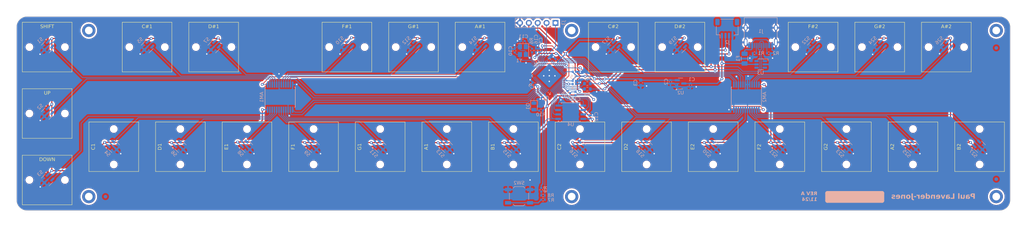
<source format=kicad_pcb>
(kicad_pcb (version 20240108) (generator "pcbnew") (generator_version "8.0")
  (layers (0 "F.Cu" signal) (31 "B.Cu" signal) (34 "B.Paste" user) (35 "F.Paste" user) (36 "B.SilkS" user "B.Silkscreen") (37 "F.SilkS" user "F.Silkscreen") (38 "B.Mask" user) (39 "F.Mask" user) (44 "Edge.Cuts" user))
  (net 0 "")
  (net 1 "SELECT6")
  (net 2 "SELECT7")
  (net 3 "SELECT5")
  (net 4 "SELECT4")
  (net 5 "SELECT0")
  (net 6 "SELECT1")
  (net 7 "GND")
  (net 8 "SELECT3")
  (net 9 "SELECT2")
  (net 10 "+3V3")
  (net 11 "+5V")
  (net 22 "+1V1")
  (net 23 "XIN")
  (net 24 "Net-(C11-Pad2)")
  (net 25 "VBUS")
  (net 26 "Net-(J1-CC1)")
  (net 27 "D+")
  (net 28 "D-")
  (net 38 "Net-(J1-CC2)")
  (net 40 "RESET")
  (net 41 "SWC")
  (net 42 "SWD")
  (net 43 "Net-(U1-USB_DP)")
  (net 44 "Net-(U1-USB_DM)")
  (net 45 "XOUT")
  (net 46 "Net-(R7-Pad1)")
  (net 47 "Q_SEL")
  (net 48 "Net-(R8-Pad2)")
  (net 49 "Q_IO3")
  (net 50 "Q_CLK")
  (net 51 "Q_IO0")
  (net 52 "Q_IO2")
  (net 53 "Q_IO1")
  (net 56 "AM1:7")
  (net 57 "AM1:6")
  (net 58 "AM1:5")
  (net 59 "AM1:4")
  (net 60 "USER_LED")
  (net 61 "AM1:2")
  (net 62 "AM1:1")
  (net 63 "AM1:0")
  (net 64 "AM1:15")
  (net 65 "AM1:14")
  (net 66 "AM1:13")
  (net 67 "AM1:12")
  (net 68 "AM1:11")
  (net 69 "AM1:10")
  (net 70 "AM1:9")
  (net 71 "AM1:8")
  (net 72 "AM2:7")
  (net 73 "AM2:6")
  (net 74 "AM2:5")
  (net 75 "AM2:4")
  (net 76 "Net-(D1-A)")
  (net 77 "AM2:2")
  (net 78 "AM2:1")
  (net 79 "AM2:0")
  (net 80 "AM2:15")
  (net 81 "AM2:14")
  (net 83 "AM2:10")
  (net 84 "AM2:9")
  (net 85 "AM2:8")
  (net 86 "AM1_COM")
  (net 87 "AM2_COM")
  (footprint "KeyboardFootprints:Generic_MX_PCB_1u" (layer "F.Cu") (at 238.125 114.3)
    (property "Reference" "K17")
    (property "Value" "C#2")
  )
  (footprint "KeyboardFootprints:Generic_MX_PCB_2u" (layer "F.Cu") (at 304.8 142.875 90)
    (property "Reference" "K23")
    (property "Value" "G2")
  )
  (footprint "KeyboardFootprints:Generic_MX_PCB_2u" (layer "F.Cu") (at 285.75 142.875 90)
    (property "Reference" "K21")
    (property "Value" "F2")
  )
  (footprint "KeyboardFootprints:Generic_MX_PCB_2u" (layer "F.Cu") (at 171.45 142.875 90)
    (property "Reference" "K11")
    (property "Value" "G1")
  )
  (footprint "KeyboardFootprints:Generic_MX_PCB_1u" (layer "F.Cu") (at 104.775 114.3)
    (property "Reference" "K5")
    (property "Value" "C#1")
  )
  (footprint "KeyboardFootprints:Generic_MX_PCB_1u" (layer "F.Cu") (at 314.325 114.3)
    (property "Reference" "K24")
    (property "Value" "G#2")
  )
  (footprint "KeyboardFootprints:Generic_MX_PCB_2u" (layer "F.Cu") (at 228.6 142.875 90)
    (property "Reference" "K16")
    (property "Value" "C2")
  )
  (footprint "KeyboardFootprints:Generic_MX_PCB_1u" (layer "F.Cu") (at 295.275 114.3)
    (property "Reference" "K22")
    (property "Value" "F#2")
  )
  (footprint "KeyboardFootprints:Generic_MX_PCB_2u" (layer "F.Cu") (at 95.25 142.875 90)
    (property "Reference" "K4")
    (property "Value" "C1")
  )
  (footprint "KeyboardFootprints:Generic_MX_PCB_1u" (layer "F.Cu") (at 76.2 152.4)
    (property "Reference" "K3")
    (property "Value" "DOWN")
  )
  (footprint "KeyboardFootprints:Generic_MX_PCB_1u" (layer "F.Cu") (at 161.925 114.3)
    (property "Reference" "K10")
    (property "Value" "F#1")
  )
  (footprint "KeyboardFootprints:Generic_MX_PCB_2u" (layer "F.Cu") (at 152.4 142.875 90)
    (property "Reference" "K9")
    (property "Value" "F1")
  )
  (footprint "KeyboardFootprints:Generic_MX_PCB_1u" (layer "F.Cu") (at 333.375 114.3)
    (property "Reference" "K26")
    (property "Value" "A#2")
  )
  (footprint "KeyboardFootprints:Generic_MX_PCB_1u" (layer "F.Cu") (at 180.975 114.3)
    (property "Reference" "K12")
    (property "Value" "G#1")
  )
  (footprint "KeyboardFootprints:Generic_MX_PCB_2u" (layer "F.Cu") (at 247.65 142.875 90)
    (property "Reference" "K18")
    (property "Value" "D2")
  )
  (footprint "KeyboardFootprints:Generic_MX_PCB_2u" (layer "F.Cu") (at 209.55 142.875 90)
    (property "Reference" "K15")
    (property "Value" "B1")
  )
  (footprint "MountingHole:MountingHole_2.2mm_M2_DIN965_Pad" (layer "F.Cu") (at 226.21875 109.5375)
    (property "Reference" "H4")
    (property "Value" "MountingHole")
  )
  (footprint "KeyboardFootprints:Generic_MX_PCB_2u" (layer "F.Cu") (at 323.85 142.875 90)
    (property "Reference" "K25")
    (property "Value" "A2")
  )
  (footprint "MountingHole:MountingHole_2.2mm_M2_DIN965_Pad" (layer "F.Cu") (at 88.10625 109.5375)
    (property "Reference" "H1")
    (property "Value" "MountingHole")
  )
  (footprint "MountingHole:MountingHole_2.2mm_M2_DIN965_Pad" (layer "F.Cu") (at 347.6625 157.1625)
    (property "Reference" "H3")
    (property "Value" "MountingHole")
  )
  (footprint "MountingHole:MountingHole_2.2mm_M2_DIN965_Pad" (layer "F.Cu") (at 88.10625 157.1625)
    (property "Reference" "H2")
    (property "Value" "MountingHole")
  )
  (footprint "KeyboardFootprints:Generic_MX_PCB_1u" (layer "F.Cu") (at 257.175 114.3)
    (property "Reference" "K19")
    (property "Value" "D#2")
  )
  (footprint "KeyboardFootprints:Generic_MX_PCB_1u" (layer "F.Cu") (at 123.825 114.3)
    (property "Reference" "K7")
    (property "Value" "D#1")
  )
  (footprint "KeyboardFootprints:Generic_MX_PCB_2u" (layer "F.Cu") (at 266.7 142.875 90)
    (property "Reference" "K20")
    (property "Value" "E2")
  )
  (footprint "KeyboardFootprints:Generic_MX_PCB_2u" (layer "F.Cu") (at 114.3 142.875 90)
    (property "Reference" "K6")
    (property "Value" "D1")
  )
  (footprint "MountingHole:MountingHole_2.2mm_M2_DIN965_Pad" (layer "F.Cu") (at 226.21875 157.1625 180)
    (property "Reference" "H5")
    (property "Value" "MountingHole")
  )
  (footprint "KeyboardFootprints:Generic_MX_PCB_1u" (layer "F.Cu") (at 76.2 114.3)
    (property "Reference" "K1")
    (property "Value" "SHIFT")
  )
  (footprint "MountingHole:MountingHole_2.2mm_M2_DIN965_Pad" (layer "F.Cu") (at 347.6625 109.5375 180)
    (property "Reference" "H6")
    (property "Value" "MountingHole")
  )
  (footprint "KeyboardFootprints:Generic_MX_PCB_2u" (layer "F.Cu") (at 342.9 142.875 90)
    (property "Reference" "K27")
    (property "Value" "B2")
  )
  (footprint "KeyboardFootprints:Generic_MX_PCB_2u" (layer "F.Cu") (at 190.5 142.875 90)
    (property "Reference" "K13")
    (property "Value" "A1")
  )
  (footprint "KeyboardFootprints:Generic_MX_PCB_2u" (layer "F.Cu") (at 133.35 142.875 90)
    (property "Reference" "K8")
    (property "Value" "E1")
  )
  (footprint "KeyboardFootprints:Generic_MX_PCB_1u" (layer "F.Cu") (at 200.025 114.3)
    (property "Reference" "K14")
    (property "Value" "A#1")
  )
  (footprint "KeyboardFootprints:Generic_MX_PCB_1u" (layer "F.Cu") (at 76.2 133.35)
    (property "Reference" "K2")
    (property "Value" "UP")
  )
  (footprint "Connector_USB:USB_C_Receptacle_HRO_TYPE-C-31-M-12" (layer "B.Cu") (at 280.288614 109.801021)
    (property "Reference" "J1")
    (property "Value" "USB_C_Receptacle_USB2.0_16P")
  )
  (footprint "Package_TO_SOT_SMD:SOT-23-3" (layer "B.Cu") (at 257.175 114.3 -135)
    (property "Reference" "S19")
    (property "Value" "D#")
  )
  (footprint "Package_TO_SOT_SMD:SOT-23-3" (layer "B.Cu") (at 228.6 142.875 -45)
    (property "Reference" "S16")
    (property "Value" "C")
  )
  (footprint "Capacitor_SMD:C_0402_1005Metric" (layer "B.Cu") (at 226.995 121.365)
    (property "Reference" "C6")
    (property "Value" "1uF")
  )
  (footprint "Resistor_SMD:R_0603_1608Metric" (layer "B.Cu") (at 230.709322 126.331948 180)
    (property "Reference" "R4")
    (property "Value" "27 ohm")
  )
  (footprint "Capacitor_SMD:C_0402_1005Metric" (layer "B.Cu") (at 227.312854 127.61905 90)
    (property "Reference" "C13")
    (property "Value" "100nF")
  )
  (footprint "Package_TO_SOT_SMD:SOT-23" (layer "B.Cu") (at 257.357611 124.735358)
    (property "Reference" "U2")
    (property "Value" "XC6206P332MR")
  )
  (footprint "Package_TO_SOT_SMD:SOT-23-3" (layer "B.Cu") (at 114.3 142.875 -45)
    (property "Reference" "S6")
    (property "Value" "D")
  )
  (footprint "Package_SO:SOIC-8_5.23x5.23mm_P1.27mm" (layer "B.Cu") (at 225.945 132.97588)
    (property "Reference" "U4")
    (property "Value" "W25Q128JVS")
  )
  (footprint "Capacitor_SMD:C_0402_1005Metric" (layer "B.Cu") (at 231.155 134.355 90)
    (property "Reference" "C12")
    (property "Value" "1uF")
  )
  (footprint "Package_TO_SOT_SMD:SOT-23-3" (layer "B.Cu") (at 323.85 142.875 -45)
    (property "Reference" "S25")
    (property "Value" "A")
  )
  (footprint "Package_TO_SOT_SMD:SOT-23-3" (layer "B.Cu") (at 342.9 142.875 -45)
    (property "Reference" "S27")
    (property "Value" "B")
  )
  (footprint "Crystal:Crystal_SMD_3225-4Pin_3.2x2.5mm" (layer "B.Cu") (at 212.270375 115.323609 -90)
    (property "Reference" "Y1")
    (property "Value" "12MHz 20pF")
  )
  (footprint "Capacitor_SMD:C_0402_1005Metric" (layer "B.Cu") (at 215.470459 124.786947 135)
    (property "Reference" "C9")
    (property "Value" "100nF")
  )
  (footprint "Package_TO_SOT_SMD:SOT-23-3" (layer "B.Cu") (at 171.45 142.875 -45)
    (property "Reference" "S11")
    (property "Value" "G")
  )
  (footprint "Capacitor_SMD:C_0402_1005Metric" (layer "B.Cu") (at 221.949201 118.055295 135)
    (property "Reference" "C7" (hide yes))
    (property "Value" "100nF")
  )
  (footprint "Package_TO_SOT_SMD:SOT-23-3" (layer "B.Cu") (at 247.65 142.875 -45)
    (property "Reference" "S18")
    (property "Value" "D")
  )
  (footprint "Package_TO_SOT_SMD:SOT-23-3" (layer "B.Cu") (at 133.35 142.875 -45)
    (property "Reference" "S8")
    (property "Value" "E")
  )
  (footprint "Package_TO_SOT_SMD:SOT-23-3" (layer "B.Cu") (at 152.4 142.875 -45)
    (property "Reference" "S9")
    (property "Value" "F")
  )
  (footprint "Resistor_SMD:R_0603_1608Metric" (layer "B.Cu") (at 230.696752 124.773289 180)
    (property "Reference" "R5")
    (property "Value" "27 ohm")
  )
  (footprint "Package_TO_SOT_SMD:SOT-23-3" (layer "B.Cu") (at 314.325 114.3 -135)
    (property "Reference" "S24")
    (property "Value" "G#")
  )
  (footprint "Resistor_SMD:R_0402_1005Metric" (layer "B.Cu") (at 278.514893 116.057098 180)
    (property "Reference" "R1")
    (property "Value" "5.1k ohm")
  )
  (footprint "Package_TO_SOT_SMD:SOT-23-3" (layer "B.Cu") (at 304.8 142.875 -45)
    (property "Reference" "S23")
    (property "Value" "G")
  )
  (footprint "Package_TO_SOT_SMD:SOT-23-3" (layer "B.Cu") (at 333.375 114.3 -135)
    (property "Reference" "S26")
    (property "Value" "A#")
  )
  (footprint "Capacitor_SMD:C_0402_1005Metric" (layer "B.Cu") (at 215.979192 115.245 90)
    (property "Reference" "C16")
    (property "Value" "100nF")
  )
  (footprint "Fiducial:Fiducial_1mm_Mask2mm" (layer "B.Cu") (at 92.86875 157.1625 180)
    (property "Reference" "FID1")
    (property "Value" "Fiducial")
  )
  (footprint "Capacitor_SMD:C_0402_1005Metric" (layer "B.Cu") (at 226.995 124.905)
    (property "Reference" "C4")
    (property "Value" "1uF")
  )
  (footprint "Resistor_SMD:R_0402_1005Metric" (layer "B.Cu") (at 282.600947 116.068977)
    (property "Reference" "R2")
    (property "Value" "5.1k ohm")
  )
  (footprint "Capacitor_SMD:C_0402_1005Metric" (layer "B.Cu") (at 216.955 115.245 90)
    (property "Reference" "C5")
    (property "Value" "100nF")
  )
  (footprint "Capacitor_SMD:C_0402_1005Metric" (layer "B.Cu") (at 212.285 112.535)
    (property "Reference" "C11")
    (property "Value" "22pF")
  )
  (footprint "Package_SO:SSOP-24_5.3x8.2mm_P0.65mm" (layer "B.Cu") (at 142.835 128.645 -90)
    (property "Reference" "AM1")
    (property "Value" "CD74HC4067SM")
  )
  (footprint "Package_TO_SOT_SMD:SOT-23-3" (layer "B.Cu") (at 104.775 114.3 -135)
    (property "Reference" "S5")
    (property "Value" "C#")
  )
  (footprint "LED_SMD:LED_0805_2012Metric" (layer "B.Cu") (at 215.429254 131.301789 -90)
    (property "Reference" "D1")
    (property "Value" "Power LED (Green)")
  )
  (footprint "Package_TO_SOT_SMD:SOT-23-3" (layer "B.Cu") (at 76.2 133.35 -135)
    (property "Reference" "S2")
    (property "Value" "UP")
  )
  (footprint "Resistor_SMD:R_0402_1005Metric" (layer "B.Cu") (at 218.031312 156.853309 180)
    (property "Reference" "R8")
    (property "Value" "5.1k ohm")
  )
  (footprint "PCM_marbastlib-various:SOT-23-6-routable" (layer "B.Cu") (at 280.287629 119.253604 180)
    (property "Reference" "U3")
    (property "Value" "SRV05-4")
  )
  (footprint "Connector_JST:JST_SH_SM04B-SRSS-TB_1x04-1MP_P1.00mm_Horizontal" (layer "B.Cu") (at 270.708614 108.997184)
    (property "Reference" "J2")
    (property "Value" "Conn_01x04")
  )
  (footprint "Package_TO_SOT_SMD:SOT-23-3" (layer "B.Cu") (at 76.2 152.4 -135)
    (property "Reference" "S3")
    (property "Value" "DOWN")
  )
  (footprint "Capacitor_SMD:C_0402_1005Metric" (layer "B.Cu") (at 225.369946 127.23438 -45)
    (property "Reference" "C14")
    (property "Value" "100nF")
  )
  (footprint "Capacitor_SMD:C_0402_1005Metric" (layer "B.Cu") (at 226.985 123.985)
    (property "Reference" "C15")
    (property "Value" "100nF")
  )
  (footprint "Package_TO_SOT_SMD:SOT-23-3" (layer "B.Cu") (at 266.7 142.875 -45)
    (property "Reference" "S20")
    (property "Value" "E")
  )
  (footprint "Capacitor_SMD:C_0603_1608Metric" (layer "B.Cu") (at 245.962851 124.540318 -90)
    (property "Reference" "C3")
    (property "Value" "10uF")
  )
  (footprint "Package_TO_SOT_SMD:SOT-23-3" (layer "B.Cu") (at 200.025 114.3 -135)
    (property "Reference" "S14")
    (property "Value" "A#")
  )
  (footprint "Capacitor_SMD:C_0402_1005Metric" (layer "B.Cu") (at 254.466789 124.264812 -90)
    (property "Reference" "C2")
    (property "Value" "1uF")
  )
  (footprint "Package_TO_SOT_SMD:SOT-23-3" (layer "B.Cu") (at 285.75 142.875 -45)
    (property "Reference" "S21")
    (property "Value" "F")
  )
  (footprint "Package_TO_SOT_SMD:SOT-23-3" (layer "B.Cu") (at 295.275 114.3 -135)
    (property "Reference" "S22")
    (property "Value" "F#")
  )
  (footprint "Capacitor_SMD:C_0402_1005Metric" (layer "B.Cu") (at 260.187517 125.202762 -90)
    (property "Reference" "C1")
    (property "Value" "1uF")
  )
  (footprint "Button_Switch_SMD:SW_SPST_TL3342" (layer "B.Cu") (at 211.1625 157.04088 180)
    (property "Reference" "SW2")
    (property "Value" "BOOTSELECT")
  )
  (footprint "Package_TO_SOT_SMD:SOT-23-3" (layer "B.Cu") (at 209.55 142.875 -45)
    (property "Reference" "S15")
    (property "Value" "B")
  )
  (footprint "Package_TO_SOT_SMD:SOT-23-3" (layer "B.Cu") (at 238.125 114.3 -135)
    (property "Reference" "S17")
    (property "Value" "C#")
  )
  (footprint "Package_TO_SOT_SMD:SOT-23-3" (layer "B.Cu") (at 123.825 114.3 -135)
    (property "Reference" "S7")
    (property "Value" "D#")
  )
  (footprint "Package_TO_SOT_SMD:SOT-23-3" (layer "B.Cu") (at 180.975 114.3 -135)
    (property "Reference" "S12")
    (property "Value" "G#")
  )
  (footprint "Connector_PinHeader_2.54mm:PinHeader_1x05_P2.54mm_Vertical" (layer "B.Cu") (at 221.585 107.365 90)
    (property "Reference" "J3")
    (property "Value" "Conn_01x05")
  )
  (footprint "Package_TO_SOT_SMD:SOT-23-3" (layer "B.Cu") (at 76.2 114.3 -135)
    (property "Reference" "S1")
    (property "Value" "SELECT")
  )
  (footprint "Package_SO:SSOP-24_5.3x8.2mm_P0.65mm" (layer "B.Cu") (at 276.185 128.645 90)
    (property "Reference" "AM2")
    (property "Value" "CD74HC4067SM")
  )
  (footprint "Resistor_SMD:R_0402_1005Metric" (layer "B.Cu") (at 218.031312 158.053308)
    (property "Reference" "R7")
    (property "Value" "1k ohm")
  )
  (footprint "Fiducial:Fiducial_1mm_Mask2mm" (layer "B.Cu") (at 347.6625 114.5375 180)
    (property "Reference" "FID3" (hide yes))
    (property "Value" "Fiducial")
  )
  (footprint "Package_DFN_QFN:QFN-56-1EP_7x7mm_P0.4mm_EP3.2x3.2mm" (layer "B.Cu") (at 219.825145 122.54088 45)
    (property "Reference" "U1")
    (property "Value" "RP2040")
  )
  (footprint "Capacitor_SMD:C_0402_1005Metric" (layer "B.Cu") (at 218.20071 128.20433 -135)
    (property "Reference" "C8")
    (property "Value" "100nF")
  )
  (footprint "Resistor_SMD:R_0402_1005Metric" (layer "B.Cu") (at 214.910257 115.276698 -90)
    (property "Reference" "R6")
    (property "Value" "1k ohm")
  )
  (footprint "Resistor_SMD:R_0402_1005Metric" (layer "B.Cu") (at 217.525 155.195 90)
    (property "Reference" "R9")
    (property "Value" "5.1k ohm")
  )
  (footprint "Fuse:Fuse_1206_3216Metric" (layer "B.Cu") (at 275.675 117.603604 -90)
    (property "Reference" "F1")
    (property "Value" "6V 1.5A")
  )
  (footprint "Capacitor_SMD:C_0402_1005Metric" (layer "B.Cu") (at 209.905 115.365 -90)
    (property "Reference" "C10")
    (property "Value" "22pF")
  )
  (footprint "Package_TO_SOT_SMD:SOT-23-3" (layer "B.Cu") (at 161.925 114.3 -135)
    (property "Reference" "S10")
    (property "Value" "F#")
  )
  (footprint "Fiducial:Fiducial_1mm_Mask2mm" (layer "B.Cu") (at 347.6625 152.1625 180)
    (property "Reference" "FID2" (hide yes))
    (property "Value" "Fiducial")
  )
  (footprint "Package_TO_SOT_SMD:SOT-23-3" (layer "B.Cu") (at 95.25 142.875 -45)
    (property "Reference" "S4")
    (property "Value" "C")
  )
  (footprint "Package_TO_SOT_SMD:SOT-23-3" (layer "B.Cu") (at 190.5 142.875 -45)
    (property "Reference" "S13")
    (property "Value" "A")
  )
  (footprint "Resistor_SMD:R_0402_1005Metric" (layer "B.Cu") (at 217.441179 132.493544 180)
    (property "Reference" "R10")
    (property "Value" "1k ohm")
  )
  (gr_poly (pts (arc (start 315.5157 156.174471) (mid 315.369221 155.813764) (end 315.01555 155.6673)) (arc (start 299.34695 155.6673) (mid 298.993397 155.813747) (end 298.84695 156.1673)) (arc (start 298.84695 158.345989) (mid 298.993397 158.699542) (end 299.34695 158.845989)) (arc (start 315.0157 158.845989) (mid 315.36926 158.699567) (end 315.5157 158.346))) (fill solid) (layer "B.SilkS"))
  (gr_arc (start 315.01555 155.6673) (mid 315.371701 155.816278) (end 315.5157 156.174471) (stroke (width 0.2)) (layer "B.SilkS"))
  (gr_line (start 315.0157 158.845989) (end 299.34695 158.845989) (stroke (width 0.2)) (layer "B.SilkS"))
  (gr_arc (start 299.34695 158.845989) (mid 298.9934 158.699542) (end 298.84695 158.345989) (stroke (width 0.2)) (layer "B.SilkS"))
  (gr_line (start 315.5157 156.174471) (end 315.5157 158.346) (stroke (width 0.2)) (layer "B.SilkS"))
  (gr_arc (start 315.5157 158.346) (mid 315.36925 158.699536) (end 315.0157 158.845989) (stroke (width 0.2)) (layer "B.SilkS"))
  (gr_arc (start 298.84695 156.1673) (mid 298.993397 155.813747) (end 299.34695 155.6673) (stroke (width 0.2)) (layer "B.SilkS"))
  (gr_line (start 298.84695 158.345989) (end 298.84695 156.1673) (stroke (width 0.2)) (layer "B.SilkS"))
  (gr_line (start 299.34695 155.6673) (end 315.01555 155.6673) (stroke (width 0.2)) (layer "B.SilkS"))
  (gr_arc (start 351.63125 158.13125) (mid 350.752556 160.252556) (end 348.63125 161.13125) (stroke (width 0.1)) (layer "Edge.Cuts"))
  (gr_line (start 348.63125 161.13125) (end 70.46875 161.13125) (stroke (width 0.1)) (layer "Edge.Cuts"))
  (gr_arc (start 67.46875 108.56875) (mid 68.347444 106.447444) (end 70.46875 105.56875) (stroke (width 0.1)) (layer "Edge.Cuts"))
  (gr_line (start 67.46875 158.13125) (end 67.46875 108.56875) (stroke (width 0.1)) (layer "Edge.Cuts"))
  (gr_line (start 70.46875 105.56875) (end 348.63125 105.56875) (stroke (width 0.1)) (layer "Edge.Cuts"))
  (gr_arc (start 70.46875 161.13125) (mid 68.347444 160.252556) (end 67.46875 158.13125) (stroke (width 0.1)) (layer "Edge.Cuts"))
  (gr_line (start 351.63125 108.56875) (end 351.63125 158.13125) (stroke (width 0.1)) (layer "Edge.Cuts"))
  (gr_arc (start 348.63125 105.56875) (mid 350.752556 106.447444) (end 351.63125 108.56875) (stroke (width 0.1)) (layer "Edge.Cuts"))
  (gr_text "REV A\n11/24" (at 296.4657 157.1625 0) (layer "B.SilkS") (effects (font (size 1 1) (thickness 0.2) (bold yes)) (justify left mirror)))
  (gr_text "Paul Lavender-Jones" (at 341.70945 157.1625 0) (layer "B.SilkS") (effects (font (size 1.5 1.5) (thickness 0.3) (bold yes)) (justify left mirror)))
  (segment (start 273.26 123.97) (end 273.26 125.045) (width 0.2) (layer "B.Cu") (net 1))
  (segment (start 229.927066 117.605) (end 234.597066 122.275) (width 0.2) (layer "B.Cu") (net 1))
  (segment (start 221.83156 119.685936) (end 223.912498 117.605) (width 0.2) (layer "B.Cu") (net 1))
  (segment (start 234.597066 122.275) (end 271.565 122.275) (width 0.2) (layer "B.Cu") (net 1))
  (segment (start 223.912498 117.605) (end 229.927066 117.605) (width 0.2) (layer "B.Cu") (net 1))
  (segment (start 271.565 122.275) (end 273.26 123.97) (width 0.2) (layer "B.Cu") (net 1))
  (segment (start 224.078183 118.005) (end 222.114403 119.968779) (width 0.2) (layer "B.Cu") (net 2))
  (segment (start 229.76138 118.005) (end 224.078183 118.005) (width 0.2) (layer "B.Cu") (net 2))
  (segment (start 272.61 125.045) (end 272.61 123.885686) (width 0.2) (layer "B.Cu") (net 2))
  (segment (start 272.61 123.885686) (end 271.399314 122.675) (width 0.2) (layer "B.Cu") (net 2))
  (segment (start 271.399314 122.675) (end 234.43138 122.675) (width 0.2) (layer "B.Cu") (net 2))
  (segment (start 234.43138 122.675) (end 229.76138 118.005) (width 0.2) (layer "B.Cu") (net 2))
  (segment (start 272.865 133.715) (end 244.905694 133.715) (width 0.2) (layer "B.Cu") (net 3))
  (segment (start 224.243868 118.405) (end 222.397246 120.251622) (width 0.2) (layer "B.Cu") (net 3))
  (segment (start 273.26 132.245) (end 273.26 133.32) (width 0.2) (layer "B.Cu") (net 3))
  (segment (start 273.26 133.32) (end 272.865 133.715) (width 0.2) (layer "B.Cu") (net 3))
  (segment (start 229.595694 118.405) (end 224.243868 118.405) (width 0.2) (layer "B.Cu") (net 3))
  (segment (start 244.905694 133.715) (end 229.595694 118.405) (width 0.2) (layer "B.Cu") (net 3))
  (segment (start 229.345 118.805) (end 224.409554 118.805) (width 0.2) (layer "B.Cu") (net 4))
  (segment (start 273.91 132.245) (end 273.91 133.32) (width 0.2) (layer "B.Cu") (net 4))
  (segment (start 244.655 134.115) (end 229.345 118.805) (width 0.2) (layer "B.Cu") (net 4))
  (segment (start 224.409554 118.805) (end 222.680089 120.534465) (width 0.2) (layer "B.Cu") (net 4))
  (segment (start 273.115 134.115) (end 244.655 134.115) (width 0.2) (layer "B.Cu") (net 4))
  (segment (start 273.91 133.32) (end 273.115 134.115) (width 0.2) (layer "B.Cu") (net 4))
  (segment (start 145.883825 123.025) (end 147.595 123.025) (width 0.2) (layer "B.Cu") (net 5))
  (segment (start 213.706987 128.243013) (end 215.435 126.515) (width 0.2) (layer "B.Cu") (net 5))
  (segment (start 147.595 123.025) (end 152.813013 128.243013) (width 0.2) (layer "B.Cu") (net 5))
  (segment (start 152.813013 128.243013) (end 213.706987 128.243013) (width 0.2) (layer "B.Cu") (net 5))
  (segment (start 145.11 123.798825) (end 145.883825 123.025) (width 0.2) (layer "B.Cu") (net 5))
  (segment (start 145.11 125.045) (end 145.11 123.798825) (width 0.2) (layer "B.Cu") (net 5))
  (segment (start 215.435 126.515) (end 216.69955 126.515) (width 0.2) (layer "B.Cu") (net 5))
  (segment (start 216.69955 126.515) (end 217.818728 125.395822) (width 0.2) (layer "B.Cu") (net 5))
  (segment (start 148.255 124.725) (end 152.405 128.875) (width 0.2) (layer "B.Cu") (net 6))
  (segment (start 145.76 123.858803) (end 146.082478 123.536325) (width 0.2) (layer "B.Cu") (net 6))
  (segment (start 213.676134 128.875) (end 215.556134 126.995) (width 0.2) (layer "B.Cu") (net 6))
  (segment (start 216.785242 126.995) (end 218.101574 125.678668) (width 0.2) (layer "B.Cu") (net 6))
  (segment (start 146.082478 123.536325) (end 147.076275 123.536325) (width 0.2) (layer "B.Cu") (net 6))
  (segment (start 152.405 128.875) (end 213.676134 128.875) (width 0.2) (layer "B.Cu") (net 6))
  (segment (start 148.255 124.71505) (end 148.255 124.725) (width 0.2) (layer "B.Cu") (net 6))
  (segment (start 145.76 125.045) (end 145.76 123.858803) (width 0.2) (layer "B.Cu") (net 6))
  (segment (start 147.076275 123.536325) (end 148.255 124.71505) (width 0.2) (layer "B.Cu") (net 6))
  (segment (start 215.556134 126.995) (end 216.785242 126.995) (width 0.2) (layer "B.Cu") (net 6))
  (segment (start 293.421621 116.381259) (end 293.327612 116.28725) (width 0.3) (layer "F.Cu") (net 7))
  (segment (start 325.834375 144.859375) (end 306.784375 144.859375) (width 0.3) (layer "F.Cu") (net 7))
  (segment (start 213.165 118.825) (end 213.165 118.425) (width 0.4) (layer "F.Cu") (net 7))
  (segment (start 228.156077 144.906077) (end 230.720454 144.906077) (width 0.2) (layer "F.Cu") (net 7))
  (segment (start 173.434375 144.859375) (end 154.384375 144.859375) (width 0.3) (layer "F.Cu") (net 7))
  (segment (start 134.451225 128.894975) (end 121.840625 116.284375) (width 0.3) (layer "F.Cu") (net 7))
  (segment (start 283.675 117.465161) (end 283.675 117.345) (width 0.3) (layer "F.Cu") (net 7))
  (segment (start 249.821946 144.859375) (end 268.684375 144.859375) (width 0.3) (layer "F.Cu") (net 7))
  (segment (start 233.677902 132.232098) (end 232.165 133.745) (width 0.2) (layer "F.Cu") (net 7))
  (segment (start 247.638676 125.456616) (end 245.98967 127.105622) (width 0.3) (layer "F.Cu") (net 7))
  (segment (start 245.98967 127.105622) (end 236.655672 127.105622) (width 0.3) (layer "F.Cu") (net 7))
  (segment (start 283.675 117.345) (end 284.608614 116.411386) (width 0.3) (layer "F.Cu") (net 7))
  (segment (start 91.320625 144.859375) (end 81.795625 154.384375) (width 0.3) (layer "F.Cu") (net 7))
  (segment (start 275.968614 112.931021) (end 275.968614 116.24747) (width 0.3) (layer "F.Cu") (net 7))
  (segment (start 97.234375 144.859375) (end 91.320625 144.859375) (width 0.3) (layer "F.Cu") (net 7))
  (segment (start 216.455 113.888245) (end 216.455 115.135) (width 0.3) (layer "F.Cu") (net 7))
  (segment (start 227.905 120.665) (end 228.705 121.465) (width 0.3) (layer "F.Cu") (net 7))
  (segment (start 249.775244 144.906077) (end 230.720454 144.906077) (width 0.3) (layer "F.Cu") (net 7))
  (segment (start 261.694755 125.555) (end 247.73706 125.555) (width 0.3) (layer "F.Cu") (net 7))
  (segment (start 211.534375 144.859375) (end 211.534375 149.621875) (width 0.3) (layer "F.Cu") (net 7))
  (segment (start 198.040625 116.284375) (end 207.295625 116.284375) (width 0.3) (layer "F.Cu") (net 7))
  (segment (start 261.837517 125.697762) (end 261.694755 125.555) (width 0.3) (layer "F.Cu") (net 7))
  (segment (start 275.968614 116.24747) (end 277.186304 117.46516) (width 0.3) (layer "F.Cu") (net 7))
  (segment (start 272.215 122.735) (end 273.355 122.735) (width 0.3) (layer "F.Cu") (net 7))
  (segment (start 325.834375 144.859375) (end 344.884375 144.859375) (width 0.3) (layer "F.Cu") (net 7))
  (segment (start 81.795625 154.384375) (end 74.215625 154.384375) (width 0.3) (layer "F.Cu") (net 7))
  (segment (start 249.821946 144.859375) (end 249.775244 144.906077) (width 0.3) (layer "F.Cu") (net 7))
  (segment (start 247.73706 125.555) (end 247.638676 125.456616) (width 0.3) (layer "F.Cu") (net 7))
  (segment (start 216.455 115.135) (end 214.195 117.395) (width 0.3) (layer "F.Cu") (net 7))
  (segment (start 284.608614 116.411386) (end 284.608614 112.931021) (width 0.3) (layer "F.Cu") (net 7))
  (segment (start 207.295625 116.284375) (end 209.845 113.735) (width 0.3) (layer "F.Cu") (net 7))
  (segment (start 236.140625 116.284375) (end 228.835625 116.284375) (width 0.3) (layer "F.Cu") (net 7))
  (segment (start 116.284375 144.859375) (end 135.334375 144.859375) (width 0.3) (layer "F.Cu") (net 7))
  (segment (start 142.508979 120.450396) (end 146.675 116.284375) (width 0.3) (layer "F.Cu") (net 7))
  (segment (start 74.215625 154.384375) (end 74.215625 135.334375) (width 0.3) (layer "F.Cu") (net 7))
  (segment (start 223.115 129.435) (end 223.115 139.865) (width 0.3) (layer "F.Cu") (net 7))
  (segment (start 277.186305 117.465161) (end 283.675 117.465161) (width 0.3) (layer "F.Cu") (net 7))
  (segment (start 143.144975 128.894975) (end 134.451225 128.894975) (width 0.3) (layer "F.Cu") (net 7))
  (segment (start 269.252238 125.697762) (end 261.837517 125.697762) (width 0.3) (layer "F.Cu") (net 7))
  (segment (start 211.534375 149.621875) (end 214.3125 152.4) (width 0.3) (layer "F.Cu") (net 7))
  (segment (start 135.334375 144.859375) (end 154.384375 144.859375) (width 0.3) (layer "F.Cu") (net 7))
  (segment (start 145.435773 131.185773) (end 145.435773 129.594227) (width 0.3) (layer "F.Cu") (net 7))
  (segment (start 97.234375 144.859375) (end 116.284375 144.859375) (width 0.3) (layer "F.Cu") (net 7))
  (segment (start 272.215 122.735) (end 269.252238 125.697762) (width 0.3) (layer "F.Cu") (net 7))
  (segment (start 312.295869 116.381259) (end 293.421621 116.381259) (width 0.3) (layer "F.Cu") (net 7))
  (segment (start 293.324737 116.284375) (end 293.327612 116.28725) (width 0.2) (layer "F.Cu") (net 7))
  (segment (start 227.905 117.215) (end 227.905 120.665) (width 0.3) (layer "F.Cu") (net 7))
  (segment (start 236.140625 116.284375) (end 255.190625 116.284375) (width 0.2) (layer "F.Cu") (net 7))
  (segment (start 145.435773 129.594227) (end 147.555 127.475) (width 0.3) (layer "F.Cu") (net 7))
  (segment (start 276.488981 135.716945) (end 274.676945 135.716945) (width 0.2) (layer "F.Cu") (net 7))
  (segment (start 173.434375 144.859375) (end 192.484375 144.859375) (width 0.3) (layer "F.Cu") (net 7))
  (segment (start 215.091755 112.525) (end 210.715 112.525) (width 0.3) (layer "F.Cu") (net 7))
  (segment (start 312.092202 116.28725) (end 312.186211 116.381259) (width 0.2) (layer "F.Cu") (net 7))
  (segment (start 230.651878 124.395) (end 228.665 124.395) (width 0.3) (layer "F.Cu") (net 7))
  (segment (start 209.845 115.505) (end 213.165 118.825) (width 0.3) (layer "F.Cu") (net 7))
  (segment (start 213.165 118.425) (end 214.195 117.395) (width 0.3) (layer "F.Cu") (net 7))
  (segment (start 74.15912 116.34088) (end 74.15912 135.27787) (width 0.3) (layer "F.Cu") (net 7))
  (segment (start 230.720454 144.906077) (end 211.581077 144.906077) (width 0.3) (layer "F.Cu") (net 7))
  (segment (start 102.790625 116.284375) (end 121.840625 116.284375) (width 0.3) (layer "F.Cu") (net 7))
  (segment (start 273.355 122.735) (end 276.577795 122.735) (width 0.3) (layer "F.Cu") (net 7))
  (segment (start 209.845 113.735) (end 209.845 115.505) (width 0.3) (layer "F.Cu") (net 7))
  (segment (start 145.435773 131.185773) (end 143.144975 128.894975) (width 0.3) (layer "F.Cu") (net 7))
  (segment (start 233.665 132.245) (end 232.165 133.745) (width 0.25) (layer "F.Cu") (net 7))
  (segment (start 74.15912 135.27787) (end 74.215625 135.334375) (width 0.2) (layer "F.Cu") (net 7))
  (segment (start 142.508979 121.962342) (end 142.508979 120.450396) (width 0.3) (layer "F.Cu") (net 7))
  (segment (start 276.577795 122.735) (end 276.675 122.637795) (width 0.3) (layer "F.Cu") (net 7))
  (segment (start 268.684375 144.859375) (end 287.734375 144.859375) (width 0.3) (layer "F.Cu") (net 7))
  (segment (start 331.273845 116.381259) (end 331.439086 116.216018) (width 0.3) (layer "F.Cu") (net 7))
  (segment (start 274.676945 135.716945) (end 271.205 132.245) (width 0.2) (layer "F.Cu") (net 7))
  (segment (start 145.435773 133.985724) (end 145.435773 131.185773) (width 0.3) (layer "F.Cu") (net 7))
  (segment (start 216.455 113.888245) (end 215.091755 112.525) (width 0.3) (layer "F.Cu") (net 7))
  (segment (start 292.149701 117.465161) (end 293.327612 116.28725) (width 0.3) (layer "F.Cu") (net 7))
  (segment (start 283.675 117.465161) (end 292.149701 117.465161) (width 0.3) (layer "F.Cu") (net 7))
  (segment (start 209.845 113.735) (end 209.845 113.395) (width 0.4) (layer "F.Cu") (net 7))
  (segment (start 271.205 132.245) (end 233.665 132.245) (width 0.25) (layer "F.Cu") (net 7))
  (segment (start 146.675 116.284375) (end 159.940625 116.284375) (width 0.3) (layer "F.Cu") (net 7))
  (segment (start 211.581077 144.906077) (end 211.534375 144.859375) (width 0.3) (layer "F.Cu") (net 7))
  (segment (start 312.295869 116.381259) (end 331.273845 116.381259) (width 0.3) (layer "F.Cu") (net 7))
  (segment (start 228.835625 116.284375) (end 227.905 117.215) (width 0.3) (layer "F.Cu") (net 7))
  (segment (start 277.186304 117.46516) (end 277.186305 117.465161) (width 0.3) (layer "F.Cu") (net 7))
  (segment (start 198.040625 116.284375) (end 178.990625 116.284375) (width 0.3) (layer "F.Cu") (net 7))
  (segment (start 306.784375 144.859375) (end 287.734375 144.859375) (width 0.3) (layer "F.Cu") (net 7))
  (segment (start 147.555 127.475) (end 147.555 125.005) (width 0.3) (layer "F.Cu") (net 7))
  (segment (start 192.484375 144.859375) (end 211.534375 144.859375) (width 0.3) (layer "F.Cu") (net 7))
  (segment (start 312.186211 116.381259) (end 312.295869 116.381259) (width 0.2) (layer "F.Cu") (net 7))
  (segment (start 209.845 113.395) (end 210.715 112.525) (width 0.3) (layer "F.Cu") (net 7))
  (segment (start 121.840625 116.284375) (end 146.675 116.284375) (width 0.3) (layer "F.Cu") (net 7))
  (segment (start 233.3625 127.105622) (end 230.651878 124.395) (width 0.3) (layer "F.Cu") (net 7))
  (segment (start 178.990625 116.284375) (end 159.940625 116.284375) (width 0.3) (layer "F.Cu") (net 7))
  (segment (start 223.115 139.865) (end 228.156077 144.906077) (width 0.3) (layer "F.Cu") (net 7))
  (via (at 277.186304 117.46516) (size 0.8) (drill 0.4) (layers "F.Cu" "B.Cu") (net 7))
  (via (at 192.484375 144.859375) (size 0.8) (drill 0.4) (layers "F.Cu" "B.Cu") (net 7))
  (via (at 283.675 117.465161) (size 0.8) (drill 0.4) (layers "F.Cu" "B.Cu") (net 7))
  (via (at 228.665 124.395) (size 0.8) (drill 0.4) (layers "F.Cu" "B.Cu") (net 7))
  (via (at 276.488981 135.716945) (size 0.8) (drill 0.4) (layers "F.Cu" "B.Cu") (net 7))
  (via (at 211.534375 144.859375) (size 0.8) (drill 0.4) (layers "F.Cu" "B.Cu") (net 7))
  (via (at 230.720454 144.906077) (size 0.8) (drill 0.4) (layers "F.Cu" "B.Cu") (net 7))
  (via (at 276.675 122.637795) (size 0.8) (drill 0.4) (layers "F.Cu" "B.Cu") (net 7))
  (via (at 306.784375 144.859375) (size 0.8) (drill 0.4) (layers "F.Cu" "B.Cu") (net 7))
  (via (at 255.190625 116.284375) (size 0.8) (drill 0.4) (layers "F.Cu" "B.Cu") (net 7))
  (via (at 249.821946 144.859375) (size 0.8) (drill 0.4) (layers "F.Cu" "B.Cu") (net 7))
  (via (at 214.195 117.395) (size 0.8) (drill 0.4) (layers "F.Cu" "B.Cu") (net 7))
  (via (at 145.435773 133.985724) (size 0.8) (drill 0.4) (layers "F.Cu" "B.Cu") (net 7))
  (via (at 121.840625 116.284375) (size 0.8) (drill 0.4) (layers "F.Cu" "B.Cu") (net 7))
  (via (at 228.705 121.465) (size 0.8) (drill 0.4) (layers "F.Cu" "B.Cu") (net 7))
  (via (at 217.207396 129.209476) (size 0.8) (drill 0.4) (layers "F.Cu" "B.Cu") (net 7))
  (via (at 312.295869 116.381259) (size 0.8) (drill 0.4) (layers "F.Cu" "B.Cu") (net 7))
  (via (at 268.684375 144.859375) (size 0.8) (drill 0.4) (layers "F.Cu" "B.Cu") (net 7))
  (via (at 159.940625 116.284375) (size 0.8) (drill 0.4) (layers "F.Cu" "B.Cu") (net 7))
  (via (at 236.140625 116.284375) (size 0.8) (drill 0.4) (layers "F.Cu" "B.Cu") (net 7))
  (via (at 178.990625 116.284375) (size 0.8) (drill 0.4) (layers "F.Cu" "B.Cu") (net 7))
  (via (at 273.355 122.735) (size 0.8) (drill 0.4) (layers "F.Cu" "B.Cu") (net 7))
  (via (at 218.225145 122.54088) (size 0.8) (drill 0.4) (layers "F.Cu" "B.Cu") (net 7))
  (via (at 325.834375 144.859375) (size 0.8) (drill 0.4) (layers "F.Cu" "B.Cu") (net 7))
  (via (at 213.165 118.825) (size 0.8) (drill 0.4) (layers "F.Cu" "B.Cu") (net 7))
  (via (at 74.15912 116.34088) (size 0.8) (drill 0.4) (layers "F.Cu" "B.Cu") (net 7))
  (via (at 216.455 113.888245) (size 0.8) (drill 0.4) (layers "F.Cu" "B.Cu") (net 7))
  (via (at 173.434375 144.859375) (size 0.8) (drill 0.4) (layers "F.Cu" "B.Cu") (net 7))
  (via (at 219.825145 120.94088) (size 0.8) (drill 0.4) (layers "F.Cu" "B.Cu") (net 7))
  (via (at 198.040625 116.284375) (size 0.8) (drill 0.4) (layers "F.Cu" "B.Cu") (net 7))
  (via (at 221.425145 122.54088) (size 0.8) (drill 0.4) (layers "F.Cu" "B.Cu") (net 7))
  (via (at 214.331931 123.680341) (size 0.8) (drill 0.4) (layers "F.Cu" "B.Cu") (net 7))
  (via (at 210.715 112.525) (size 0.8) (drill 0.4) (layers "F.Cu" "B.Cu") (net 7))
  (via (at 209.845 113.735) (size 0.8) (drill 0.4) (layers "F.Cu" "B.Cu") (net 7))
  (via (at 223.115 129.435) (size 0.8) (drill 0.4) (layers "F.Cu" "B.Cu") (net 7))
  (via (at 219.825145 122.54088) (size 0.8) (drill 0.4) (layers "F.Cu" "B.Cu") (net 7))
  (via (at 154.384375 144.859375) (size 0.8) (drill 0.4) (layers "F.Cu" "B.Cu") (net 7))
  (via (at 116.284375 144.859375) (size 0.8) (drill 0.4) (layers "F.Cu" "B.Cu") (net 7))
  (via (at 331.439086 116.216018) (size 0.8) (drill 0.4) (layers "F.Cu" "B.Cu") (net 7))
  (via (at 236.655672 127.105622) (size 0.8) (drill 0.4) (layers "F.Cu" "B.Cu") (net 7))
  (via (at 74.215625 154.384375) (size 0.8) (drill 0.4) (layers "F.Cu" "B.Cu") (net 7))
  (via (at 102.790625 116.284375) (size 0.8) (drill 0.4) (layers "F.Cu" "B.Cu") (net 7))
  (via (at 142.508979 121.962342) (size 0.8) (drill 0.4) (layers "F.Cu" "B.Cu") (net 7))
  (via (at 293.327612 116.28725) (size 0.8) (drill 0.4) (layers "F.Cu" "B.Cu") (net 7))
  (via (at 232.165 133.745) (size 0.8) (drill 0.4) (layers "F.Cu" "B.Cu") (net 7))
  (via (at 74.215625 135.334375) (size 0.8) (drill 0.4) (layers "F.Cu" "B.Cu") (net 7))
  (via (at 214.3125 152.4) (size 0.8) (drill 0.4) (layers "F.Cu" "B.Cu") (net 7))
  (via (at 97.234375 144.859375) (size 0.8) (drill 0.4) (layers "F.Cu" "B.Cu") (net 7))
  (via (at 287.734375 144.859375) (size 0.8) (drill 0.4) (layers "F.Cu" "B.Cu") (net 7))
  (via (at 271.205 132.245) (size 0.8) (drill 0.4) (layers "F.Cu" "B.Cu") (net 7))
  (via (at 261.837517 125.697762) (size 0.8) (drill 0.4) (layers "F.Cu" "B.Cu") (net 7))
  (via (at 135.334375 144.859375) (size 0.8) (drill 0.4) (layers "F.Cu" "B.Cu") (net 7))
  (via (at 233.3625 127.105622) (size 0.8) (drill 0.4) (layers "F.Cu" "B.Cu") (net 7))
  (via (at 344.884375 144.859375) (size 0.8) (drill 0.4) (layers "F.Cu" "B.Cu") (net 7))
  (via (at 247.638676 125.456616) (size 0.8) (drill 0.4) (layers "F.Cu" "B.Cu") (net 7))
  (via (at 220.945915 117.093322) (size 0.8) (drill 0.4) (layers "F.Cu" "B.Cu") (net 7))
  (via (at 219.825145 124.14088) (size 0.8) (drill 0.4) (layers "F.Cu" "B.Cu") (net 7))
  (via (at 147.555 125.005) (size 0.8) (drill 0.4) (layers "F.Cu" "B.Cu") (net 7))
  (segment (start 331.439086 116.216018) (end 331.458982 116.216018) (width 0.4) (layer "B.Cu") (net 7))
  (segment (start 161.262087 114.962913) (end 159.940625 116.284375) (width 0.3) (layer "B.Cu") (net 7))
  (segment (start 249.821946 144.859375) (end 249.634375 144.859375) (width 0.4) (layer "B.Cu") (net 7))
  (segment (start 213.120372 115.633978) (end 212.803009 115.316615) (width 0.2) (layer "B.Cu") (net 7))
  (segment (start 210.715 109.995) (end 211.425 109.285) (width 0.4) (layer "B.Cu") (net 7))
  (segment (start 121.840625 116.284375) (end 123.162087 114.962913) (width 0.3) (layer "B.Cu") (net 7))
  (segment (start 146.093412 126.436588) (end 146.41 126.12) (width 0.2) (layer "B.Cu") (net 7))
  (segment (start 142.51 121.963363) (end 142.508979 121.962342) (width 0.2) (layer "B.Cu") (net 7))
  (segment (start 276.85057 123.275) (end 276.675 123.275) (width 0.2) (layer "B.Cu") (net 7))
  (segment (start 146.41 126.12) (end 146.41 125.045) (width 0.2) (layer "B.Cu") (net 7))
  (segment (start 283.538614 113.846021) (end 283.693614 113.846021) (width 0.3) (layer "B.Cu") (net 7))
  (segment (start 210.566391 114.223609) (end 211.420375 114.223609) (width 0.2) (layer "B.Cu") (net 7))
  (segment (start 260.187517 126.192762) (end 260.187517 125.682762) (width 0.3) (layer "B.Cu") (net 7))
  (segment (start 145.11 133.659951) (end 145.11 132.245) (width 0.2) (layer "B.Cu") (net 7))
  (segment (start 215.131048 124.447536) (end 215.099126 124.447536) (width 0.4) (layer "B.Cu") (net 7))
  (segment (start 172.112913 143.537913) (end 173.434375 144.859375) (width 0.3) (layer "B.Cu") (net 7))
  (segment (start 278.004893 116.646571) (end 277.186304 117.46516) (width 0.3) (layer "B.Cu") (net 7))
  (segment (start 227.475 124.905) (end 228.155 124.905) (width 0.3) (layer "B.Cu") (net 7))
  (segment (start 255.479565 124.744812) (end 256.420111 125.685358) (width 0.3) (layer "B.Cu") (net 7))
  (segment (start 215.979192 114.364053) (end 215.979192 114.825) (width 0.2) (layer "B.Cu") (net 7))
  (segment (start 214.695052 118.825) (end 215.110026 119.239974) (width 0.2) (layer "B.Cu") (net 7))
  (segment (start 212.803009 115.316615) (end 211.70087 115.316615) (width 0.2) (layer "B.Cu") (net 7))
  (segment (start 271.205 132.245) (end 272.61 132.245) (width 0.2) (layer "B.Cu") (net 7))
  (segment (start 276.51 135.695926) (end 276.488981 135.716945) (width 0.2) (layer "B.Cu") (net 7))
  (segment (start 142.51 125.045) (end 142.51 126.12) (width 0.2) (layer "B.Cu") (net 7))
  (segment (start 210.725 112.535) (end 210.715 112.525) (width 0.2) (layer "B.Cu") (net 7))
  (segment (start 305.462913 143.537913) (end 306.784375 144.859375) (width 0.3) (layer "B.Cu") (net 7))
  (segment (start 313.662087 114.962913) (end 313.662087 115.015041) (width 0.3) (layer "B.Cu") (net 7))
  (segment (start 145.435773 133.985724) (end 145.11 133.659951) (width 0.2) (layer "B.Cu") (net 7))
  (segment (start 227.465 124.895) (end 227.475 124.905) (width 0.4) (layer "B.Cu") (net 7))
  (segment (start 256.220111 126.125356) (end 256.567517 126.472762) (width 0.3) (layer "B.Cu") (net 7))
  (segment (start 225.709357 127.573791) (end 226.144098 127.13905) (width 0.2) (layer "B.Cu") (net 7))
  (segment (start 222.345 131.07088) (end 222.435 130.98088) (width 0.2) (layer "B.Cu") (net 7))
  (segment (start 222.435 130.98088) (end 222.435 130.115) (width 0.2) (layer "B.Cu") (net 7))
  (segment (start 283.675 118.275) (end 283.675 117.465161) (width 0.3) (layer "B.Cu") (net 7))
  (segment (start 145.11 129.49) (end 145.11 132.245) (width 0.2) (layer "B.Cu") (net 7))
  (segment (start 230.631077 144.906077) (end 229.262913 143.537913) (width 0.3) (layer "B.Cu") (net 7))
  (segment (start 276.883614 113.846021) (end 275.968614 112.931021) (width 0.3) (layer "B.Cu") (net 7))
  (segment (start 276.51 132.245) (end 276.51 135.695926) (width 0.2) (layer "B.Cu") (net 7))
  (segment (start 142.51 126.12) (end 142.826588 126.436588) (width 0.2) (layer "B.Cu") (net 7))
  (segment (start 211.420375 115.036122) (end 211.420376 114.22361) (width 0.2) (layer "B.Cu") (net 7))
  (segment (start 275.86 123.59) (end 275.86 125.045) (width 0.2) (layer "B.Cu") (net 7))
  (segment (start 283.110947 116.068977) (end 283.110947 116.901108) (width 0.3) (layer "B.Cu") (net 7))
  (segment (start 276.675 123.275) (end 276.675 122.637795) (width 0.2) (layer "B.Cu") (net 7))
  (segment (start 228.255 123.985) (end 228.665 124.395) (width 0.3) (layer "B.Cu") (net 7))
  (segment (start 294.612087 114.962913) (end 294.612087 115.002775) (width 0.3) (layer "B.Cu") (net 7))
  (segment (start 208.0125 155.14088) (end 214.3125 155.14088) (width 0.3) (layer "B.Cu") (net 7))
  (segment (start 146.41 125.045) (end 146.41 128.19) (width 0.2) (layer "B.Cu") (net 7))
  (segment (start 272.208614 110.997184) (end 272.208614 112.138614) (width 0.3) (layer "B.Cu") (net 7))
  (segment (start 273.91 127.7) (end 272.61 129) (width 0.2) (layer "B.Cu") (net 7))
  (segment (start 211.425 109.285) (end 211.425 107.365) (width 0.4) (layer "B.Cu") (net 7))
  (segment (start 277.16 123.58443) (end 276.85057 123.275) (width 0.2) (layer "B.Cu") (net 7))
  (segment (start 211.805 112.535) (end 210.725 112.535) (width 0.2) (layer "B.Cu") (net 7))
  (segment (start 293.327612 116.28725) (end 293.327612 116.247388) (width 0.4) (layer "B.Cu") (net 7))
  (segment (start 272.208614 112.138614) (end 273.001021 112.931021) (width 0.3) (layer "B.Cu") (net 7))
  (segment (start 275.86 127.96) (end 276.51 128.61) (width 0.2) (layer "B.Cu") (net 7))
  (segment (start 180.312087 114.962913) (end 178.990625 116.284375) (width 0.3) (layer "B.Cu") (net 7))
  (segment (start 283.110947 116.901108) (end 283.675 117.465161) (width 0.3) (layer "B.Cu") (net 7))
  (segment (start 191.162913 143.537913) (end 192.484375 144.859375) (width 0.3) (layer "B.Cu") (net 7))
  (segment (start 256.567517 126.472762) (end 259.907517 126.472762) (width 0.3) (layer "B.Cu") (net 7))
  (segment (start 294.612087 115.002775) (end 293.327612 116.28725) (width 0.3) (layer "B.Cu") (net 7))
  (segment (start 153.062913 143.537913) (end 154.384375 144.859375) (width 0.3) (layer "B.Cu") (net 7))
  (segment (start 104.112087 114.962913) (end 102.790625 116.284375) (width 0.3) (layer "B.Cu") (net 7))
  (segment (start 226.144098 127.13905) (end 227.312854 127.13905) (width 0.2) (layer "B.Cu") (net 7))
  (segment (start 146.41 125.045) (end 147.515 125.045) (width 0.2) (layer "B.Cu") (net 7))
  (segment (start 284.608614 112.931021) (end 284.453614 112.931021) (width 0.3) (layer "B.Cu") (net 7))
  (segment (start 230.720454 144.906077) (end 230.631077 144.906077) (width 0.4) (layer "B.Cu") (net 7))
  (segment (start 209.905 114.885) (end 209.905 113.795) (width 0.2) (layer "B.Cu") (net 7))
  (segment (start 216.955 114.388245) (end 216.955 114.825) (width 0.2) (layer "B.Cu") (net 7))
  (segment (start 211.805 112.535) (end 211.420375 112.919625) (width 0.2) (layer "B.Cu") (net 7))
  (segment (start 210.212913 143.537913) (end 211.534375 144.859375) (width 0.3) (layer "B.Cu") (net 7))
  (segment (start 211.70087 115.316615) (end 211.420375 115.036122) (width 0.2) (layer "B.Cu") (net 7))
  (segment (start 216.455 113.888245) (end 216.955 114.388245) (width 0.2) (layer "B.Cu") (net 7))
  (segment (start 246.104149 125.456616) (end 245.962851 125.315318) (width 0.4) (layer "B.Cu") (net 7))
  (segment (start 213.120377 116.423608) (end 213.120372 115.633978) (width 0.2) (layer "B.Cu") (net 7))
  (segment (start 232.035 133.875) (end 232.165 133.745) (width 0.2) (layer "B.Cu") (net 7))
  (segment (start 273.355 122.735) (end 273.91 123.29) (width 0.2) (layer "B.Cu") (net 7))
  (segment (start 213.223609 116.423609) (end 214.195 117.395) (width 0.2) (layer "B.Cu") (net 7))
  (segment (start 254.466789 124.744812) (end 255.479565 124.744812) (width 0.3) (layer "B.Cu") (net 7))
  (segment (start 272.61 129) (end 272.61 132.245) (width 0.2) (layer "B.Cu") (net 7))
  (segment (start 259.907517 126.472762) (end 260.187517 126.192762) (width 0.3) (layer "B.Cu") (net 7))
  (segment (start 233.3625 127.105622) (end 232.768122 127.7) (width 0.2) (layer "B.Cu") (net 7))
  (segment (start 209.905 114.885) (end 210.566391 114.223609) (width 0.2) (layer "B.Cu") (net 7))
  (segment (start 273.91 125.045) (end 273.91 127.7) (width 0.2) (layer "B.Cu") (net 7))
  (segment (start 247.638676 125.456616) (end 246.104149 125.456616) (width 0.4) (layer "B.Cu") (net 7))
  (segment (start 273.91 123.29) (end 273.91 125.045) (width 0.2) (layer "B.Cu") (net 7))
  (segment (start 75.537087 114.962913) (end 74.15912 116.34088) (width 0.3) (layer "B.Cu") (net 7))
  (segment (start 214.3125 155.14088) (end 214.3125 152.4) (width 0.3) (layer "B.Cu") (net 7))
  (segment (start 114.962913 143.537913) (end 116.284375 144.859375) (width 0.3) (layer "B.Cu") (net 7))
  (segment (start 134.012913 143.537913) (end 135.334375 144.859375) (width 0.3) (layer "B.Cu") (net 7))
  (segment (start 213.120375 116.423609) (end 213.223609 116.423609) (width 0.2) (layer "B.Cu") (net 7))
  (segment (start 275.968614 108.751021) (end 284.608614 108.751021) (width 0.3) (layer "B.Cu") (net 7))
  (segment (start 276.51 125.045) (end 276.51 123.61557) (width 0.2) (layer "B.Cu") (net 7))
  (segment (start 142.51 125.045) (end 142.51 121.963363) (width 0.2) (layer "B.Cu") (net 7))
  (segment (start 278.004893 116.057098) (end 278.004893 116.646571) (width 0.3) (layer "B.Cu") (net 7))
  (segment (start 252.993384 125.456616) (end 247.638676 125.456616) (width 0.4) (layer "B.Cu") (net 7))
  (segment (start 227.465 123.985) (end 228.255 123.985) (width 0.3) (layer "B.Cu") (net 7))
  (segment (start 222.435 130.115) (end 223.115 129.435) (width 0.2) (layer "B.Cu") (net 7))
  (segment (start 209.905 113.795) (end 209.845 113.735) (width 0.2) (layer "B.Cu") (net 7))
  (segment (start 276.51 123.61557) (end 276.85057 123.275) (width 0.2) (layer "B.Cu") (net 7))
  (segment (start 228.155 124.905) (end 228.665 124.395) (width 0.3) (layer "B.Cu") (net 7))
  (segment (start 276.675 123.275) (end 276.175 123.275) (width 0.2) (layer "B.Cu") (net 7))
  (segment (start 220.987228 117.093322) (end 221.60979 117.715884) (width 0.2) (layer "B.Cu") (net 7))
  (segment (start 211.420375 112.919625) (end 211.420375 114.223609) (width 0.2) (layer "B.Cu") (net 7))
  (segment (start 277.038614 113.846021) (end 276.883614 113.846021) (width 0.3) (layer "B.Cu") (net 7))
  (segment (start 275.968614 108.751021) (end 275.968614 112.931021) (width 0.3) (layer "B.Cu") (net 7))
  (segment (start 332.712087 114.962913) (end 332.692191 114.962913) (width 0.3) (layer "B.Cu") (net 7))
  (segment (start 255.190625 116.284375) (end 256.512087 114.962913) (width 0.4) (layer "B.Cu") (net 7))
  (segment (start 233.3625 127.105622) (end 236.655672 127.105622) (width 0.3) (layer "B.Cu") (net 7))
  (segment (start 227.465 123.985) (end 227.465 124.895) (width 0.4) (layer "B.Cu") (net 7))
  (segment (start 253.705188 124.744812) (end 252.993384 125.456616) (width 0.4) (layer "B.Cu") (net 7))
  (segment (start 215.110026 119.239974) (end 216.687359 120.817307) (width 0.2) (layer "B.Cu") (net 7))
  (segment (start 324.512913 143.537913) (end 325.834375 144.859375) (width 0.3) (layer "B.Cu") (net 7))
  (segment (start 277.16 125.045) (end 277.16 123.58443) (width 0.2) (layer "B.Cu") (net 7))
  (segment (start 261.822517 125.682762) (end 261.837517 125.697762) (width 0.3) (layer "B.Cu") (net 7))
  (segment (start 95.912913 143.537913) (end 97.234375 144.859375) (width 0.3) (layer "B.Cu") (net 7))
  (segment (start 213.165 118.825) (end 214.695052 118.825) (width 0.2) (layer "B.Cu") (net 7))
  (segment (start 282.696396 119.253604) (end 283.675 118.275) (width 0.3) (layer "B.Cu") (net 7))
  (segment (start 146.41 128.19) (end 145.11 129.49) (width 0.2) (layer "B.Cu") (net 7))
  (segment (start 312.295869 116.381259) (end 312.295869 116.329131) (width 0.4) (layer "B.Cu") (net 7))
  (segment (start 210.715 112.525) (end 210.715 109.995) (width 0.4) (layer "B.Cu") (net 7))
  (segment (start 232.768122 127.7) (end 227.873804 127.7) (width 0.2) (layer "B.Cu") (net 7))
  (segment (start 216.955 114.765) (end 215.979192 114.765) (width 0.2) (layer "B.Cu") (net 7))
  (segment (start 343.562913 143.537913) (end 344.884375 144.859375) (width 0.3) (layer "B.Cu") (net 7))
  (segment (start 75.537087 134.012913) (end 74.215625 135.334375) (width 0.3) (layer "B.Cu") (net 7))
  (segment (start 254.466789 124.744812) (end 253.705188 124.744812) (width 0.4) (layer "B.Cu") (net 7))
  (segment (start 277.186304 117.46516) (end 277.459899 117.465161) (width 0.2) (layer "B.Cu") (net 7))
  (segment (start 249.634375 144.859375) (end 248.312913 143.537913) (width 0.3) (layer "B.Cu") (net 7))
  (segment (start 231.155 133.875) (end 232.035 133.875) (width 0.2) (layer "B.Cu") (net 7))
  (segment (start 142.826588 126.436588) (end 146.093412 126.436588) (width 0.2) (layer "B.Cu") (net 7))
  (segment (start 227.873804 127.7) (end 227.312854 127.13905) (width 0.2) (layer "B.Cu") (net 7))
  (segment (start 275.86 125.045) (end 275.86 127.96) (width 0.2) (layer "B.Cu") (net 7))
  (segment (start 237.462087 114.962913) (end 236.140625 116.284375) (width 0.4) (layer "B.Cu") (net 7))
  (segment (start 75.537087 153.062913) (end 74.215625 154.384375) (width 0.3) (layer "B.Cu") (net 7))
  (segment (start 286.412913 143.537913) (end 287.734375 144.859375) (width 0.3) (layer "B.Cu") (net 7))
  (segment (start 283.112143 116.070172) (end 283.110948 116.068976) (width 0.4) (layer "B.Cu") (net 7))
  (segment (start 283.693614 113.846021) (end 284.608614 112.931021) (width 0.3) (layer "B.Cu") (net 7))
  (segment (start 332.692191 114.962913) (end 331.439086 116.216018) (width 0.3) (layer "B.Cu") (net 7))
  (segment (start 147.515 125.045) (end 147.555 125.005) (width 0.2) (layer "B.Cu") (net 7))
  (segment (start 281.462629 119.253604) (end 282.696396 119.253604) (width 0.3) (layer "B.Cu") (net 7))
  (segment (start 215.099126 124.447536) (end 214.331931 123.680341) (width 0.4) (layer "B.Cu") (net 7))
  (segment (start 276.51 128.61) (end 276.51 132.245) (width 0.2) (layer "B.Cu") (net 7))
  (segment (start 199.362087 114.962913) (end 198.040625 116.284375) (width 0.3) (layer "B.Cu") (net 7))
  (segment (start 256.220111 125.685358) (end 256.220111 126.125356) (width 0.3) (layer "B.Cu") (net 7))
  (segment (start 220.945915 117.093322) (end 220.987228 117.093322) (width 0.2) (layer "B.Cu") (net 7))
  (segment (start 228.605 121.365) (end 228.705 121.465) (width 0.4) (layer "B.Cu") (net 7))
  (segment (start 313.662087 115.015041) (end 312.295869 116.381259) (width 0.3) (layer "B.Cu") (net 7))
  (segment (start 227.475 121.365) (end 228.605 121.365) (width 0.4) (layer "B.Cu") (net 7))
  (segment (start 260.187517 125.682762) (end 261.822517 125.682762) (width 0.3) (layer "B.Cu") (net 7))
  (segment (start 217.207396 129.197644) (end 217.861299 128.543741) (width 0.4) (layer "B.Cu") (net 7))
  (segment (start 216.455 113.888245) (end 215.979192 114.364053) (width 0.2) (layer "B.Cu") (net 7))
  (segment (start 217.207396 129.209476) (end 217.207396 129.197644) (width 0.4) (layer "B.Cu") (net 7))
  (segment (start 284.608614 108.751021) (end 284.608614 112.931021) (width 0.3) (layer "B.Cu") (net 7))
  (segment (start 276.175 123.275) (end 275.86 123.59) (width 0.2) (layer "B.Cu") (net 7))
  (segment (start 267.362913 143.537913) (end 268.684375 144.859375) (width 0.3) (layer "B.Cu") (net 7))
  (segment (start 273.001021 112.931021) (end 275.968614 112.931021) (width 0.3) (layer "B.Cu") (net 7))
  (segment (start 147.12 132.955) (end 148.935 132.955) (width 0.2) (layer "B.Cu") (net 8))
  (segment (start 148.935 132.955) (end 152.375 129.515) (width 0.2) (layer "B.Cu") (net 8))
  (segment (start 216.880928 127.465) (end 218.384417 125.961511) (width 0.2) (layer "B.Cu") (net 8))
  (segment (start 213.694709 129.515) (end 215.744709 127.465) (width 0.2) (layer "B.Cu") (net 8))
  (segment (start 146.41 132.245) (end 147.12 132.955) (width 0.2) (layer "B.Cu") (net 8))
  (segment (start 215.744709 127.465) (end 216.880928 127.465) (width 0.2) (layer "B.Cu") (net 8))
  (segment (start 152.375 129.515) (end 213.694709 129.515) (width 0.2) (layer "B.Cu") (net 8))
  (segment (start 213.678784 130.145) (end 215.91491 127.908874) (width 0.2) (layer "B.Cu") (net 9))
  (segment (start 145.76 133.32) (end 146.135 133.695) (width 0.2) (layer "B.Cu") (net 9))
  (segment (start 215.91491 127.908874) (end 217.002732 127.908874) (width 0.2) (layer "B.Cu") (net 9))
  (segment (start 149.145 133.695) (end 152.695 130.145) (width 0.2) (layer "B.Cu") (net 9))
  (segment (start 145.76 132.245) (end 145.76 133.32) (width 0.2) (layer "B.Cu") (net 9))
  (segment (start 146.135 133.695) (end 149.145 133.695) (width 0.2) (layer "B.Cu") (net 9))
  (segment (start 217.002732 127.908874) (end 218.667256 126.24435) (width 0.2) (layer "B.Cu") (net 9))
  (segment (start 152.695 130.145) (end 213.678784 130.145) (width 0.2) (layer "B.Cu") (net 9))
  (segment (start 162.079781 112.775) (end 163.232576 111.622205) (width 0.3) (layer "F.Cu") (net 10))
  (segment (start 227.225145 121.116516) (end 228.761544 122.652915) (width 0.3) (layer "F.Cu") (net 10))
  (segment (start 334.582714 111.740972) (end 315.546861 111.740972) (width 0.3) (layer "F.Cu") (net 10))
  (segment (start 302.218341 141.625) (end 302.232936 141.639595) (width 0.3) (layer "F.Cu") (net 10))
  (segment (start 77.612468 111.82984) (end 77.523558 111.91875) (width 0.3) (layer "F.Cu") (net 10))
  (segment (start 264.112012 141.666324) (end 264.153336 141.625) (width 0.3) (layer "F.Cu") (net 10))
  (segment (start 264.153336 141.625) (end 283.185 141.625) (width 0.3) (layer "F.Cu") (net 10))
  (segment (start 130.664134 141.525417) (end 149.694924 141.525417) (width 0.3) (layer "F.Cu") (net 10))
  (segment (start 296.491296 111.73935) (end 296.490323 111.740323) (width 0.3) (layer "F.Cu") (net 10))
  (segment (start 340.316545 141.658527) (end 321.245751 141.658527) (width 0.3) (layer "F.Cu") (net 10))
  (segment (start 258.425425 111.684041) (end 258.425826 111.68364) (width 0.4) (layer "F.Cu") (net 10))
  (segment (start 168.895819 141.679785) (end 168.91192 141.695886) (width 0.3) (layer "F.Cu") (net 10))
  (segment (start 283.185 141.625) (end 283.185 126.955) (width 0.3) (layer "F.Cu") (net 10))
  (segment (start 111.771524 141.691444) (end 130.498107 141.691444) (width 0.3) (layer "F.Cu") (net 10))
  (segment (start 226.555 141.675) (end 226.495 141.615) (width 0.2) (layer "F.Cu") (net 10))
  (segment (start 130.498107 141.691444) (end 130.664134 141.525417) (width 0.3) (layer "F.Cu") (net 10))
  (segment (start 77.523558 130.662641) (end 77.523558 149.721559) (width 0.3) (layer "F.Cu") (net 10))
  (segment (start 315.545239 111.73935) (end 296.491296 111.73935) (width 0.3) (layer "F.Cu") (net 10))
  (segment (start 321.208648 141.621424) (end 302.251107 141.621424) (width 0.3) (layer "F.Cu") (net 10))
  (segment (start 232.125 134.985) (end 232.125 137.605) (width 0.3) (layer "F.Cu") (net 10))
  (segment (start 77.512956 149.732161) (end 84.513529 149.732161) (width 0.3) (layer "F.Cu") (net 10))
  (segment (start 131.493416 141.525417) (end 137.750072 135.268761) (width 0.3) (layer "F.Cu") (net 10))
  (segment (start 245.136497 141.705) (end 264.073336 141.705) (width 0.3) (layer "F.Cu") (net 10))
  (segment (start 228.761544 122.652915) (end 230.062965 122.652915) (width 0.3) (layer "F.Cu") (net 10))
  (segment (start 334.582714 136.032714) (end 340.208527 141.658527) (width 0.3) (layer "F.Cu") (net 10))
  (segment (start 168.91192 141.695886) (end 187.935921 141.695886) (width 0.3) (layer "F.Cu") (net 10))
  (segment (start 90.93016 111.82984) (end 90.085 112.675) (width 0.3) (layer "F.Cu") (net 10))
  (segment (start 226.585 141.705) (end 245.136497 141.705) (width 0.3) (layer "F.Cu") (net 10))
  (segment (start 217.02929 108.880735) (end 224.410773 116.262218) (width 0.3) (layer "F.Cu") (net 10))
  (segment (start 228.065 141.665) (end 228.055 141.675) (width 0.3) (layer "F.Cu") (net 10))
  (segment (start 283.185 126.955) (end 281.235 125.005) (width 0.3) (layer "F.Cu") (net 10))
  (segment (start 283.199595 141.639595) (end 302.232936 141.639595) (width 0.3) (layer "F.Cu") (net 10))
  (segment (start 216.830664 116.119336) (end 215.675 117.275) (width 0.3) (layer "F.Cu") (net 10))
  (segment (start 334.582714 111.740972) (end 334.582714 136.032714) (width 0.3) (layer "F.Cu") (net 10))
  (segment (start 315.546861 111.740972) (end 315.545239 111.73935) (width 0.3) (layer "F.Cu") (net 10))
  (segment (start 126.206679 112.775) (end 162.079781 112.775) (width 0.3) (layer "F.Cu") (net 10))
  (segment (start 228.534527 127) (end 227.865 126.330473) (width 0.3) (layer "F.Cu") (net 10))
  (segment (start 239.38131 111.684041) (end 258.425425 111.684041) (width 0.4) (layer "F.Cu") (net 10))
  (segment (start 224.410773 116.262218) (end 227.225145 119.07659) (width 0.3) (layer "F.Cu") (net 10))
  (segment (start 264.073336 141.705) (end 264.112012 141.666324) (width 0.3) (layer "F.Cu") (net 10))
  (segment (start 182.12923 111.801151) (end 201.168891 111.801151) (width 0.3) (layer "F.Cu") (net 10))
  (segment (start 321.245751 141.658527) (end 321.208648 141.621424) (width 0.3) (layer "F.Cu") (net 10))
  (segment (start 137.750072 135.268761) (end 137.750072 132.241954) (width 0.3) (layer "F.Cu") (net 10))
  (segment (start 92.625796 141.619894) (end 111.699974 141.619894) (width 0.3) (layer "F.Cu") (net 10))
  (segment (start 340.316545 141.658527) (end 340.279442 141.621424) (width 0.4) (layer "F.Cu") (net 10))
  (segment (start 226.495 141.615) (end 226.585 141.705) (width 0.3) (layer "F.Cu") (net 10))
  (segment (start 181.950284 111.622205) (end 182.12923 111.801151) (width 0.3) (layer "F.Cu") (net 10))
  (segment (start 85.925 112.675) (end 85.07984 111.82984) (width 0.3) (layer "F.Cu") (net 10))
  (segment (start 201.301 111.669042) (end 211.176693 111.669042) (width 0.3) (layer "F.Cu") (net 10))
  (segment (start 219.225 131.219722) (end 219.225 136.225) (width 0.3) (layer "F.Cu") (net 10))
  (segment (start 213.965 108.880735) (end 217.02929 108.880735) (width 0.3) (layer "F.Cu") (net 10))
  (segment (start 85.07984 111.82984) (end 77.612468 111.82984) (width 0.3) (layer "F.Cu") (net 10))
  (segment (start 302.251107 141.621424) (end 302.232936 141.639595) (width 0.3) (layer "F.Cu") (net 10))
  (segment (start 77.512956 130.673243) (end 77.523558 130.662641) (width 0.3) (layer "F.Cu") (net 10))
  (segment (start 84.513529 149.732161) (end 92.625796 141.619894) (width 0.3) (layer "F.Cu") (net 10))
  (segment (start 213.794449 141.655551) (end 206.946105 141.655551) (width 0.3) (layer "F.Cu") (net 10))
  (segment (start 130.664134 141.525417) (end 131.493416 141.525417) (width 0.3) (layer "F.Cu") (net 10))
  (segment (start 232.125 137.605) (end 228.065 141.665) (width 0.3) (layer "F.Cu") (net 10))
  (segment (start 90.085 112.675) (end 85.925 112.675) (width 0.3) (layer "F.Cu") (net 10))
  (segment (start 105.956924 111.82984) (end 124.944853 111.82984) (width 0.3) (layer "F.Cu") (net 10))
  (segment (start 232.839894 123.449944) (end 232.823718 123.433768) (width 0.3) (layer "F.Cu") (net 10))
  (segment (start 206.855562 141.746094) (end 206.946105 141.655551) (width 0.3) (layer "F.Cu") (net 10))
  (segment (start 219.225 129.825) (end 216.529178 127.129178) (width 0.3) (layer "F.Cu") (net 10))
  (segment (start 187.986129 141.746094) (end 206.855562 141.746094) (width 0.3) (layer "F.Cu") (net 10))
  (segment (start 125.103186 111.671507) (end 126.206679 112.775) (width 0.3) (layer "F.Cu") (net 10))
  (segment (start 219.225 136.225) (end 213.794449 141.655551) (width 0.3) (layer "F.Cu") (net 10))
  (segment (start 283.185 141.625) (end 283.199595 141.639595) (width 0.3) (layer "F.Cu") (net 10))
  (segment (start 222.149722 128.295) (end 225.435 128.295) (width 0.3) (layer "F.Cu") (net 10))
  (segment (start 149.849292 141.679785) (end 168.895819 141.679785) (width 0.3) (layer "F.Cu") (net 10))
  (segment (start 105.956924 111.82984) (end 90.93016 111.82984) (width 0.3) (layer "F.Cu") (net 10))
  (segment (start 227.225145 119.07659) (end 227.225145 121.116516) (width 0.3) (layer "F.Cu") (net 10))
  (segment (start 201.168891 111.801151) (end 201.301 111.669042) (width 0.3) (layer "F.Cu") (net 10))
  (segment (start 216.529178 127.129178) (end 216.529178 125.695422) (width 0.3) (layer "F.Cu") (net 10))
  (segment (start 219.225 131.219722) (end 219.225 129.825) (width 0.3) (layer "F.Cu") (net 10))
  (segment (start 163.232576 111.622205) (end 181.950284 111.622205) (width 0.3) (layer "F.Cu") (net 10))
  (segment (start 77.523558 111.91875) (end 77.523558 130.662641) (width 0.3) (layer "F.Cu") (net 10))
  (segment (start 225.435 128.295) (end 232.125 134.985) (width 0.3) (layer "F.Cu") (net 10))
  (segment (start 187.935921 141.695886) (end 187.986129 141.746094) (width 0.3) (layer "F.Cu") (net 10))
  (segment (start 227.865 123.549459) (end 227.865 126.330473) (width 0.3) (layer "F.Cu") (net 10))
  (segment (start 221.72287 116.119336) (end 216.830664 116.119336) (width 0.3) (layer "F.Cu") (net 10))
  (segment (start 77.523558 149.721559) (end 77.512956 149.732161) (width 0.3) (layer "F.Cu") (net 10))
  (segment (start 340.208527 141.658527) (end 340.316545 141.658527) (width 0.3) (layer "F.Cu") (net 10))
  (segment (start 211.176693 111.669042) (end 213.965 108.880735) (width 0.3) (layer "F.Cu") (net 10))
  (segment (start 149.694924 141.525417) (end 149.849292 141.679785) (width 0.3) (layer "F.Cu") (net 10))
  (segment (start 213.965 108.880735) (end 213.965 107.365) (width 0.3) (layer "F.Cu") (net 10))
  (segment (start 245.136497 141.705) (end 245.106497 141.675) (width 0.2) (layer "F.Cu") (net 10))
  (segment (start 111.699974 141.619894) (end 111.771524 141.691444) (width 0.3) (layer "F.Cu") (net 10))
  (segment (start 334.343139 111.501397) (end 334.582714 111.740972) (width 0.2) (layer "F.Cu") (net 10))
  (segment (start 124.944853 111.82984) (end 125.103186 111.671507) (width 0.3) (layer "F.Cu") (net 10))
  (segment (start 228.761544 122.652915) (end 227.865 123.549459) (width 0.3) (layer "F.Cu") (net 10))
  (segment (start 219.225 131.219722) (end 222.149722 128.295) (width 0.3) (layer "F.Cu") (net 10))
  (segment (start 235.691905 123.449944) (end 232.839894 123.449944) (width 0.3) (layer "F.Cu") (net 10))
  (via (at 334.582714 111.740972) (size 0.8) (drill 0.4) (layers "F.Cu" "B.Cu") (net 10))
  (via (at 321.208648 141.621424) (size 0.8) (drill 0.4) (layers "F.Cu" "B.Cu") (net 10))
  (via (at 281.235 125.005) (size 0.8) (drill 0.4) (layers "F.Cu" "B.Cu") (net 10))
  (via (at 221.72287 116.119336) (size 0.8) (drill 0.4) (layers "F.Cu" "B.Cu") (net 10))
  (via (at 226.495 141.615) (size 0.8) (drill 0.4) (layers "F.Cu" "B.Cu") (net 10))
  (via (at 77.523558 130.662641) (size 0.8) (drill 0.4) (layers "F.Cu" "B.Cu") (net 10))
  (via (at 215.675 117.275) (size 0.8) (drill 0.4) (layers "F.Cu" "B.Cu") (net 10))
  (via (at 224.410773 116.262218) (size 0.8) (drill 0.4) (layers "F.Cu" "B.Cu") (net 10))
  (via (at 315.545239 111.73935) (size 0.8) (drill 0.4) (layers "F.Cu" "B.Cu") (net 10))
  (via (at 130.664134 141.525417) (size 0.8) (drill 0.4) (layers "F.Cu" "B.Cu") (net 10))
  (via (at 137.750072 132.241954) (size 0.8) (drill 0.4) (layers "F.Cu" "B.Cu") (net 10))
  (via (at 230.062965 122.652915) (size 0.8) (drill 0.4) (layers "F.Cu" "B.Cu") (net 10))
  (via (at 77.523558 111.91875) (size 0.8) (drill 0.4) (layers "F.Cu" "B.Cu") (net 10))
  (via (at 296.490323 111.740323) (size 0.8) (drill 0.4) (layers "F.Cu" "B.Cu") (net 10))
  (via (at 232.823718 123.433768) (size 0.8) (drill 0.4) (layers "F.Cu" "B.Cu") (net 10))
  (via (at 182.12923 111.801151) (size 0.8) (drill 0.4) (layers "F.Cu" "B.Cu") (net 10))
  (via (at 149.849292 141.679785) (size 0.8) (drill 0.4) (layers "F.Cu" "B.Cu") (net 10))
  (via (at 201.301 111.669042) (size 0.8) (drill 0.4) (layers "F.Cu" "B.Cu") (net 10))
  (via (at 340.316545 141.658527) (size 0.8) (drill 0.4) (layers "F.Cu" "B.Cu") (net 10))
  (via (at 228.534527 127) (size 0.8) (drill 0.4) (layers "F.Cu" "B.Cu") (net 10))
  (via (at 302.232936 141.639595) (size 0.8) (drill 0.4) (layers "F.Cu" "B.Cu") (net 10))
  (via (at 239.38131 111.684041) (size 0.8) (drill 0.4) (layers "F.Cu" "B.Cu") (net 10))
  (via (at 219.225 131.219722) (size 0.8) (drill 0.4) (layers "F.Cu" "B.Cu") (net 10))
  (via (at 232.125 134.985) (size 0.8) (drill 0.4) (layers "F.Cu" "B.Cu") (net 10))
  (via (at 111.771524 141.691444) (size 0.8) (drill 0.4) (layers "F.Cu" "B.Cu") (net 10))
  (via (at 163.232576 111.622205) (size 0.8) (drill 0.4) (layers "F.Cu" "B.Cu") (net 10))
  (via (at 206.946105 141.655551) (size 0.8) (drill 0.4) (layers "F.Cu" "B.Cu") (net 10))
  (via (at 125.103186 111.671507) (size 0.8) (drill 0.4) (layers "F.Cu" "B.Cu") (net 10))
  (via (at 258.425826 111.68364) (size 0.8) (drill 0.4) (layers "F.Cu" "B.Cu") (net 10))
  (via (at 235.691905 123.449944) (size 0.8) (drill 0.4) (layers "F.Cu" "B.Cu") (net 10))
  (via (at 245.136497 141.705) (size 0.8) (drill 0.4) (layers "F.Cu" "B.Cu") (net 10))
  (via (at 264.112012 141.666324) (size 0.8) (drill 0.4) (layers "F.Cu" "B.Cu") (net 10))
  (via (at 187.986129 141.746094) (size 0.8) (drill 0.4) (layers "F.Cu" "B.Cu") (net 10))
  (via (at 216.529178 125.695422) (size 0.8) (drill 0.4) (layers "F.Cu" "B.Cu") (net 10))
  (via (at 105.956924 111.82984) (size 0.8) (drill 0.4) (layers "F.Cu" "B.Cu") (net 10))
  (via (at 283.185 141.625) (size 0.8) (drill 0.4) (layers "F.Cu" "B.Cu") (net 10))
  (via (at 92.625796 141.619894) (size 0.8) (drill 0.4) (layers "F.Cu" "B.Cu") (net 10))
  (via (at 168.91192 141.695886) (size 0.8) (drill 0.4) (layers "F.Cu" "B.Cu") (net 10))
  (via (at 77.512956 149.732161) (size 0.8) (drill 0.4) (layers "F.Cu" "B.Cu") (net 10))
  (segment (start 341.565336 142.883839) (end 341.541857 142.883839) (width 0.3) (layer "B.Cu") (net 10))
  (segment (start 93.915336 142.883839) (end 93.889741 142.883839) (width 0.3) (layer "B.Cu") (net 10))
  (segment (start 221.548718 119.403091) (end 221.548718 119.403094) (width 0.2) (layer "B.Cu") (net 10))
  (segment (start 76.191161 132.015336) (end 76.191161 131.995038) (width 0.3) (layer "B.Cu") (net 10))
  (segment (start 218.540121 127.502859) (end 218.540121 127.864919) (width 0.2) (layer "B.Cu") (net 10))
  (segment (start 151.053346 142.883839) (end 149.849292 141.679785) (width 0.3) (layer "B.Cu") (net 10))
  (segment (start 283.185 141.625) (end 283.185 141.653503) (width 0.4) (layer "B.Cu") (net 10))
  (segment (start 229.55 135.055) (end 229.545 135.06) (width 0.2) (layer "B.Cu") (net 10))
  (segment (start 228.357366 112.315625) (end 237.46645 112.315625) (width 0.3) (layer "B.Cu") (net 10))
  (segment (start 225.030535 126.894969) (end 225.027761 126.894969) (width 0.2) (layer "B.Cu") (net 10))
  (segment (start 231.975 134.835) (end 232.125 134.985) (width 0.3) (layer "B.Cu") (net 10))
  (segment (start 189.165336 142.883839) (end 189.123874 142.883839) (width 0.3) (layer "B.Cu") (net 10))
  (segment (start 257.166161 112.965336) (end 257.166161 112.943305) (width 0.4) (layer "B.Cu") (net 10))
  (segment (start 132.015336 142.876619) (end 130.664134 141.525417) (width 0.3) (layer "B.Cu") (net 10))
  (segment (start 226.505 123.675001) (end 227.527086 122.652915) (width 0.3) (layer "B.Cu") (net 10))
  (segment (start 161.916161 112.93862) (end 163.232576 111.622205) (width 0.3) (layer "B.Cu") (net 10))
  (segment (start 314.316161 112.965336) (end 314.319253 112.965336) (width 0.3) (layer "B.Cu") (net 10))
  (segment (start 230.062965 122.652915) (end 227.719529 122.652915) (width 0.3) (layer "B.Cu") (net 10))
  (segment (start 132.015336 142.883839) (end 132.015336 142.876619) (width 0.3) (layer "B.Cu") (net 10))
  (segment (start 200.016161 112.965336) (end 200.016161 112.953881) (width 0.3) (layer "B.Cu") (net 10))
  (segment (start 200.016161 112.953881) (end 201.301 111.669042) (width 0.3) (layer "B.Cu") (net 10))
  (segment (start 254.467335 123.785358) (end 254.466789 123.784812) (width 0.3) (layer "B.Cu") (net 10))
  (segment (start 223.811459 123.415925) (end 224.380534 123.985) (width 0.2) (layer "B.Cu") (net 10))
  (segment (start 224.410773 116.262218) (end 228.357366 112.315625) (width 0.3) (layer "B.Cu") (net 10))
  (segment (start 219.232943 126.810037) (end 219.232943 126.836852) (width 0.2) (layer "B.Cu") (net 10))
  (segment (start 226.515 121.482556) (end 226.515 121.365) (width 0.4) (layer "B.Cu") (net 10))
  (segment (start 189.123874 142.883839) (end 187.986129 141.746094) (width 0.3) (layer "B.Cu") (net 10))
  (segment (start 77.237747 111.91875) (end 76.191161 112.965336) (width 0.3) (layer "B.Cu") (net 10))
  (segment (start 112.963919 142.883839) (end 111.771524 141.691444) (width 0.3) (layer "B.Cu") (net 10))
  (segment (start 216.555 118.987892) (end 217.535887 119.968779) (width 0.2) (layer "B.Cu") (net 10))
  (segment (start 238.116161 112.94919) (end 239.38131 111.684041) (width 0.4) (layer "B.Cu") (net 10))
  (segment (start 180.966161 112.965336) (end 180.966161 112.96422) (width 0.3) (layer "B.Cu") (net 10))
  (segment (start 245.647477 123.449944) (end 235.691905 123.449944) (width 0.3) (layer "B.Cu") (net 10))
  (segment (start 216.378934 125.695422) (end 215.80987 125.126358) (width 0.3) (layer "B.Cu") (net 10))
  (segment (start 279.76 125.045) (end 281.195 125.045) (width 0.2) (layer "B.Cu") (net 10))
  (segment (start 222.397246 124.830138) (end 223.472108 125.905) (width 0.2) (layer "B.Cu") (net 10))
  (segment (start 222.019336 116.119336) (end 223.291659 117.391659) (width 0.3) (layer "B.Cu") (net 10))
  (segment (start 77.523558 111.91875) (end 77.237747 111.91875) (width 0.3) (layer "B.Cu") (net 10))
  (segment (start 76.191161 151.065336) (end 76.191161 151.053956) (width 0.3) (layer "B.Cu") (net 10))
  (segment (start 224.410773 116.262218) (end 224.410773 116.272545) (width 0.3) (layer "B.Cu") (net 10))
  (segment (start 227.719529 122.652915) (end 226.515 121.448386) (width 0.3) (layer "B.Cu") (net 10))
  (segment (start 217.525 153.925) (end 217.951178 153.498822) (width 0.3) (layer "B.Cu") (net 10))
  (segment (start 246.315336 142.883839) (end 245.136497 141.705) (width 0.3) (layer "B.Cu") (net 10))
  (segment (start 151.065336 142.883839) (end 151.053346 142.883839) (width 0.3) (layer "B.Cu") (net 10))
  (segment (start 295.266161 112.964485) (end 296.490323 111.740323) (width 0.3) (layer "B.Cu") (net 10))
  (segment (start 226.405 121.36125) (end 224.68173 121.36125) (width 0.2) (layer "B.Cu") (net 10))
  (segment (start 224.94622 123.985) (end 226.505 123.985) (width 0.2) (layer "B.Cu") (net 10))
  (segment (start 223.472108 125.905) (end 224.037794 125.905) (width 0.2) (layer "B.Cu") (net 10))
  (segment (start 161.916161 112.965336) (end 161.916161 112.93862) (width 0.3) (layer "B.Cu") (net 10))
  (segment (start 341.541857 142.883839) (end 340.316545 141.658527) (width 0.3) (layer "B.Cu") (net 10))
  (segment (start 224.410773 116.272545) (end 223.291659 117.391659) (width 0.3) (layer "B.Cu") (net 10))
  (segment (start 295.266161 112.965336) (end 295.266161 112.964485) (width 0.3) (layer "B.Cu") (net 10))
  (segment (start 215.832616 125.119192) (end 216.687357 124.264451) (width 0.2) (layer "B.Cu") (net 10))
  (segment (start 216.555 116.655) (end 216.555 118.987892) (width 0.2) (layer "B.Cu") (net 10))
  (segment (start 76.191161 151.053956) (end 77.512956 149.732161) (width 0.3) (layer "B.Cu") (net 10))
  (segment (start 222.288612 118.6632) (end 221.548718 119.403094) (width 0.2) (layer "B.Cu") (net 10))
  (segment (start 93.889741 142.883839) (end 92.625796 141.619894) (width 0.3) (layer "B.Cu") (net 10))
  (segment (start 229.55747 134.86841) (end 229.545 134.88088) (width 0.2) (layer "B.Cu") (net 10))
  (segment (start 208.174393 142.883839) (end 206.946105 141.655551) (width 0.3) (layer "B.Cu") (net 10))
  (segment (start 215.979192 116.970808) (end 215.675 117.275) (width 0.3) (layer "B.Cu") (net 10))
  (segment (start 227.527086 122.652915) (end 227.719529 122.652915) (width 0.3) (layer "B.Cu") (net 10))
  (segment (start 104.821428 112.965336) (end 105.956924 111.82984) (width 0.3) (layer "B.Cu") (net 10))
  (segment (start 256.420111 123.785358) (end 254.467335 123.785358) (width 0.3) (layer "B.Cu") (net 10))
  (segment (start 104.766161 112.965336) (end 104.821428 112.965336) (width 0.3) (layer "B.Cu") (net 10))
  (segment (start 230.062965 122.652915) (end 232.042865 122.652915) (width 0.3) (layer "B.Cu") (net 10))
  (segment (start 245.982345 123.784812) (end 245.962851 123.765318) (width 0.3) (layer "B.Cu") (net 10))
  (segment (start 170.115336 142.883839) (end 170.099873 142.883839) (width 0.3) (layer "B.Cu") (net 10))
  (segment (start 224.380534 123.985) (end 224.94622 123.985) (width 0.2) (layer "B.Cu") (net 10))
  (segment (start 238.116161 112.965336) (end 238.116161 112.94919) (width 0.4) (layer "B.Cu") (net 10))
  (segment (start 170.099873 142.883839) (end 168.91192 141.695886) (width 0.3) (layer "B.Cu") (net 10))
  (segment (start 228.093577 126.55905) (end 228.534527 127) (width 0.2) (layer "B.Cu") (net 10))
  (segment (start 224.68173 121.36125) (end 224.094302 121.948678) (width 0.2) (layer "B.Cu") (net 10))
  (segment (start 257.166161 112.943305) (end 258.425826 111.68364) (width 0.4) (layer "B.Cu") (net 10))
  (segment (start 123.816161 112.965336) (end 123.816161 112.958532) (width 0.3) (layer "B.Cu") (net 10))
  (segment (start 223.291659 117.391659) (end 222.288612 118.394706) (width 0.3) (layer "B.Cu") (net 10))
  (segment (start 281.195 125.045) (end 281.235 125.005) (width 0.2) (layer "B.Cu") (net 10))
  (segment (start 226.505 123.985) (end 226.505 123.675001) (width 0.3) (layer "B.Cu") (net 10))
  (segment (start 137.753118 132.245) (end 139.26 132.245) (width 0.3) (layer "B.Cu") (net 10))
  (segment (start 232.042865 122.652915) (end 232.823718 123.433768) (width 0.3) (layer "B.Cu") (net 10))
  (segment (start 256.219565 123.784812) (end 256.220111 123.785358) (width 0.3) (layer "B.Cu") (net 10))
  (segment (start 225.030535 126.894969) (end 225.366454 126.55905) (width 0.2) (layer "B.Cu") (net 10))
  (segment (start 219.225 128.672924) (end 218.512508 127.960432) (width 0.3) (layer "B.Cu") (net 10))
  (segment (start 322.515336 142.883839) (end 322.471063 142.883839) (width 0.3) (layer "B.Cu") (net 10))
  (segment (start 219.225 131.219722) (end 219.225 128.672924) (width 0.3) (layer "B.Cu") (net 10))
  (segment (start 215.979192 115.725) (end 215.979192 116.970808) (width 0.3) (layer "B.Cu") (net 10))
  (segment (start 333.366161 112.965336) (end 333.366161 112.957525) (width 0.3) (layer "B.Cu") (net 10))
  (segment (start 254.466789 123.784812) (end 245.982345 123.784812) (width 0.3) (layer "B.Cu") (net 10))
  (segment (start 226.495 141.615) (end 226.495 142.113503) (width 0.3) (layer "B.Cu") (net 10))
  (segment (start 231.155 134.835) (end 231.975 134.835) (width 0.3) (layer "B.Cu") (net 10))
  (segment (start 225.027761 126.894969) (end 224.589648 126.456856) (width 0.2) (layer "B.Cu") (net 10))
  (segment (start 303.465336 142.883839) (end 303.465336 142.871995) (width 0.3) (layer "B.Cu") (net 10))
  (segment (start 76.191161 131.995038) (end 77.523558 130.662641) (width 0.3) (layer "B.Cu") (net 10))
  (segment (start 333.366161 112.957525) (end 334.582714 111.740972) (width 0.3) (layer "B.Cu") (net 10))
  (segment (start 225.366454 126.55905) (end 228.093577 126.55905) (width 0.2) (layer "B.Cu") (net 10))
  (segment (start 224.094302 123.133082) (end 224.94622 123.985) (width 0.2) (layer "B.Cu") (net 10))
  (segment (start 208.215336 142.883839) (end 208.174393 142.883839) (width 0.3) (layer "B.Cu") (net 10))
  (segment (start 215.979192 116.079192) (end 216.555 116.655) (width 0.2) (layer "B.Cu") (net 10))
  (segment (start 216.529178 125.695422) (end 216.378934 125.695422) (width 0.3) (layer "B.Cu") (net 10))
  (segment (start 226.515 121.448386) (end 226.515 121.365) (width 0.3) (layer "B.Cu") (net 10))
  (segment (start 265.329527 142.883839) (end 264.112012 141.666324) (width 0.3) (layer "B.Cu") (net 10))
  (segment (start 284.415336 142.883839) (end 284.415336 142.855336) (width 0.3) (layer "B.Cu") (net 10))
  (segment (start 237.46645 112.315625) (end 238.116161 112.965336) (width 0.3) (layer "B.Cu") (net 10))
  (segment (start 215.979192 115.725) (end 215.979192 116.079192) (width 0.2) (layer "B.Cu") (net 10))
  (segment (start 230.062965 122.652915) (end 230.175 122.54088) (width 0.3) (layer "B.Cu") (net 10))
  (segment (start 137.750072 132.241954) (end 137.753118 132.245) (width 0.3) (layer "B.Cu") (net 10))
  (segment (start 231.276153 134.86841) (end 229.55747 134.86841) (width 0.2) (layer "B.Cu") (net 10))
  (segment (start 219.225 131.219722) (end 217.951178 132.493544) (width 0.3) (layer "B.Cu") (net 10))
  (segment (start 224.589648 126.456856) (end 222.680089 124.547295) (width 0.2) (layer "B.Cu") (net 10))
  (segment (start 322.471063 142.883839) (end 321.208648 141.621424) (width 0.3) (layer "B.Cu") (net 10))
  (segment (start 219.232943 126.810037) (end 219.610439 126.432543) (width 0.2) (layer "B.Cu") (net 10))
  (segment (start 303.465336 142.871995) (end 302.232936 141.639595) (width 0.3) (layer "B.Cu") (net 10))
  (segment (start 222.288612 118.394706) (end 222.288612 118.6632) (width 0.2) (layer "B.Cu") (net 10))
  (segment (start 217.951178 153.498822) (end 217.951178 132.493544) (width 0.3) (layer "B.Cu") (net 10))
  (segment (start 112.965336 142.883839) (end 112.963919 142.883839) (width 0.3) (layer "B.Cu") (net 10))
  (segment (start 228.534527 127) (end 228.4 127) (width 0.3) (layer "B.Cu") (net 10))
  (segment (start 217.525 154.685) (end 217.525 153.925) (width 0.3) (layer "B.Cu") (net 10))
  (segment (start 245.962851 123.765318) (end 245.647477 123.449944) (width 0.3) (layer "B.Cu") (net 10))
  (segment (start 221.72287 116.119336) (end 222.019336 116.119336) (width 0.3) (layer "B.Cu") (net 10))
  (segment (start 180.966161 112.96422) (end 182.12923 111.801151) (width 0.3) (layer "B.Cu") (net 10))
  (segment (start 265.365336 142.883839) (end 265.329527 142.883839) (width 0.3) (layer "B.Cu") (net 10))
  (segment (start 123.816161 112.958532) (end 125.103186 111.671507) (width 0.3) (layer "B.Cu") (net 10))
  (segment (start 226.495 142.113503) (end 227.265336 142.883839) (width 0.3) (layer "B.Cu") (net 10))
  (segment (start 219.232943 126.810037) (end 218.540121 127.502859) (width 0.2) (layer "B.Cu") (net 10))
  (segment (start 314.319253 112.965336) (end 315.545239 111.73935) (width 0.3) (layer "B.Cu") (net 10))
  (segment (start 284.415336 142.855336) (end 283.185 141.625) (width 0.3) (layer "B.Cu") (net 10))
  (segment (start 226.505 123.867444) (end 226.505 123.985) (width 0.4) (layer "B.Cu") (net 10))
  (segment (start 269.175 119.003604) (end 269.175 123.375) (width 0.3) (layer "F.Cu") (net 11))
  (via (at 269.175 123.375) (size 0.8) (drill 0.4) (layers "F.Cu" "B.Cu") (net 11))
  (via (at 269.175 119.003604) (size 0.8) (drill 0.4) (layers "F.Cu" "B.Cu") (net 11))
  (segment (start 260.174921 124.735358) (end 260.187517 124.722762) (width 0.3) (layer "B.Cu") (net 11))
  (segment (start 275.675 119.003604) (end 275.925 119.253604) (width 0.3) (layer "B.Cu") (net 11))
  (segment (start 258.507707 124.722762) (end 258.495111 124.735358) (width 0.4) (layer "B.Cu") (net 11))
  (segment (start 260.187517 124.722762) (end 267.827238 124.722762) (width 0.3) (layer "B.Cu") (net 11))
  (segment (start 269.175 119.003604) (end 275.675 119.003604) (width 0.3) (layer "B.Cu") (net 11))
  (segment (start 269.208614 118.96999) (end 269.175 119.003604) (width 0.3) (layer "B.Cu") (net 11))
  (segment (start 269.208614 110.997184) (end 269.208614 118.96999) (width 0.3) (layer "B.Cu") (net 11))
  (segment (start 258.295111 124.735358) (end 260.174921 124.735358) (width 0.3) (layer "B.Cu") (net 11))
  (segment (start 275.925 119.253604) (end 279.112629 119.253604) (width 0.3) (layer "B.Cu") (net 11))
  (segment (start 267.827238 124.722762) (end 269.175 123.375) (width 0.3) (layer "B.Cu") (net 11))
  (segment (start 224.055 125.970735) (end 224.055 123.895) (width 0.2) (layer "F.Cu") (net 22))
  (segment (start 225.325 124.875) (end 224.699265 124.875) (width 0.2) (layer "F.Cu") (net 22))
  (segment (start 217.82 113.96) (end 217.829106 113.950894) (width 0.2) (layer "F.Cu") (net 22))
  (segment (start 220.640894 113.950894) (end 225.415 118.725) (width 0.2) (layer "F.Cu") (net 22))
  (segment (start 225.415 118.725) (end 225.415 122.535) (width 0.2) (layer "F.Cu") (net 22))
  (segment (start 225.415 122.535) (end 224.055 123.895) (width 0.2) (layer "F.Cu") (net 22))
  (segment (start 232.521743 129.336612) (end 231.169708 127.984577) (width 0.2) (layer "F.Cu") (net 22))
  (segment (start 217.829106 113.950894) (end 220.640894 113.950894) (width 0.2) (layer "F.Cu") (net 22))
  (segment (start 226.068842 127.984577) (end 224.055 125.970735) (width 0.2) (layer "F.Cu") (net 22))
  (segment (start 224.055 124.230735) (end 224.699265 124.875) (width 0.2) (layer "F.Cu") (net 22))
  (segment (start 224.055 123.895) (end 224.055 124.230735) (width 0.2) (layer "F.Cu") (net 22))
  (segment (start 231.169708 127.984577) (end 226.068842 127.984577) (width 0.2) (layer "F.Cu") (net 22))
  (via (at 217.82 113.96) (size 0.8) (drill 0.4) (layers "F.Cu" "B.Cu") (net 22))
  (via (at 232.521743 129.336612) (size 0.8) (drill 0.4) (layers "F.Cu" "B.Cu") (net 22))
  (via (at 225.325 124.875) (size 0.8) (drill 0.4) (layers "F.Cu" "B.Cu") (net 22))
  (segment (start 227.313804 128.1) (end 227.312854 128.09905) (width 0.2) (layer "B.Cu") (net 22))
  (segment (start 225.246422 128.245) (end 227.166904 128.245) (width 0.2) (layer "B.Cu") (net 22))
  (segment (start 227.166904 128.245) (end 227.312854 128.09905) (width 0.2) (layer "B.Cu") (net 22))
  (segment (start 217.82 115.33) (end 217.425 115.725) (width 0.25) (layer "B.Cu") (net 22))
  (segment (start 217.425 115.725) (end 216.955 115.725) (width 0.25) (layer "B.Cu") (net 22))
  (segment (start 232.521743 129.336612) (end 231.285131 128.1) (width 0.2) (layer "B.Cu") (net 22))
  (segment (start 224.704849 124.875) (end 225.325 124.875) (width 0.2) (layer "B.Cu") (net 22))
  (segment (start 216.955 115.725) (end 216.955 118.822205) (width 0.2) (layer "B.Cu") (net 22))
  (segment (start 216.955 118.822205) (end 217.81873 119.685936) (width 0.2) (layer "B.Cu") (net 22))
  (segment (start 231.285131 128.1) (end 227.313804 128.1) (width 0.2) (layer "B.Cu") (net 22))
  (segment (start 223.528617 123.698767) (end 224.704849 124.875) (width 0.2) (layer "B.Cu") (net 22))
  (segment (start 226.515 124.905) (end 225.355 124.905) (width 0.2) (layer "B.Cu") (net 22))
  (segment (start 225.355 124.905) (end 225.325 124.875) (width 0.2) (layer "B.Cu") (net 22))
  (segment (start 217.82 113.96) (end 217.82 115.33) (width 0.25) (layer "B.Cu") (net 22))
  (segment (start 222.114403 125.112981) (end 225.246422 128.245) (width 0.2) (layer "B.Cu") (net 22))
  (segment (start 214.580736 118.145) (end 216.970201 120.534465) (width 0.2) (layer "B.Cu") (net 23))
  (segment (start 212.055 118.095) (end 214.530736 118.095) (width 0.2) (layer "B.Cu") (net 23))
  (segment (start 211.420375 116.423609) (end 211.420375 117.460375) (width 0.2) (layer "B.Cu") (net 23))
  (segment (start 210.483609 116.423609) (end 211.420375 116.423609) (width 0.2) (layer "B.Cu") (net 23))
  (segment (start 211.420375 117.460375) (end 212.055 118.095) (width 0.2) (layer "B.Cu") (net 23))
  (segment (start 214.530736 118.095) (end 214.580736 118.145) (width 0.2) (layer "B.Cu") (net 23))
  (segment (start 209.905 115.845) (end 210.483609 116.423609) (width 0.2) (layer "B.Cu") (net 23))
  (segment (start 214.367168 114.223609) (end 213.120375 114.223609) (width 0.2) (layer "B.Cu") (net 24))
  (segment (start 212.765 112.535) (end 213.120375 112.890375) (width 0.2) (layer "B.Cu") (net 24))
  (segment (start 214.910257 114.766698) (end 214.367168 114.223609) (width 0.2) (layer "B.Cu") (net 24))
  (segment (start 213.120375 112.890375) (end 213.120375 114.223609) (width 0.2) (layer "B.Cu") (net 24))
  (segment (start 282.738614 113.846021) (end 282.738614 113.021021) (width 0.25) (layer "B.Cu") (net 25))
  (segment (start 281.910758 112.193165) (end 278.596419 112.193165) (width 0.25) (layer "B.Cu") (net 25))
  (segment (start 277.838614 114.771021) (end 277.554635 115.055) (width 0.3) (layer "B.Cu") (net 25))
  (segment (start 277.554635 115.055) (end 275.985 115.055) (width 0.3) (layer "B.Cu") (net 25))
  (segment (start 277.838614 112.95097) (end 277.838614 113.846021) (width 0.25) (layer "B.Cu") (net 25))
  (segment (start 275.985 115.055) (end 275.675 115.365) (width 0.3) (layer "B.Cu") (net 25))
  (segment (start 282.738614 113.021021) (end 281.910758 112.193165) (width 0.25) (layer "B.Cu") (net 25))
  (segment (start 278.596419 112.193165) (end 277.838614 112.95097) (width 0.25) (layer "B.Cu") (net 25))
  (segment (start 277.838614 113.846021) (end 277.838614 114.771021) (width 0.3) (layer "B.Cu") (net 25))
  (segment (start 275.675 115.365) (end 275.675 116.203604) (width 0.3) (layer "B.Cu") (net 25))
  (segment (start 279.024894 113.859741) (end 279.038614 113.846021) (width 0.2) (layer "B.Cu") (net 26))
  (segment (start 279.024894 116.057098) (end 279.024894 113.859741) (width 0.2) (layer "B.Cu") (net 26))
  (segment (start 268.414984 116.275) (end 267.232372 117.457612) (width 0.3) (layer "F.Cu") (net 27))
  (segment (start 271.208614 116.275) (end 268.414984 116.275) (width 0.3) (layer "F.Cu") (net 27))
  (segment (start 267.232372 117.457612) (end 267.232372 120.775) (width 0.3) (layer "F.Cu") (net 27))
  (segment (start 235.700163 126.265769) (end 241.190932 120.775) (width 0.3) (layer "F.Cu") (net 27))
  (segment (start 241.190932 120.775) (end 267.232372 120.775) (width 0.3) (layer "F.Cu") (net 27))
  (via (at 267.232372 120.775) (size 0.8) (drill 0.4) (layers "F.Cu" "B.Cu") (net 27))
  (via (at 235.700163 126.265769) (size 0.8) (drill 0.4) (layers "F.Cu" "B.Cu") (net 27))
  (via (at 271.208614 116.275) (size 0.8) (drill 0.4) (layers "F.Cu" "B.Cu") (net 27))
  (segment (start 281.038614 115.101464) (end 281.038613 113.846021) (width 0.2) (layer "B.Cu") (net 27))
  (segment (start 280.512628 120.684176) (end 280.512628 115.627451) (width 0.2) (layer "B.Cu") (net 27))
  (segment (start 274.8568 121.775) (end 279.421804 121.775) (width 0.2) (layer "B.Cu") (net 27))
  (segment (start 267.232372 120.775) (end 273.8568 120.775) (width 0.2) (layer "B.Cu") (net 27))
  (segment (start 280.785758 112.618165) (end 280.29147 112.618165) (width 0.2) (layer "B.Cu") (net 27))
  (segment (start 271.208614 116.275) (end 271.208614 110.997184) (width 0.3) (layer "B.Cu") (net 27))
  (segment (start 235.633984 126.331948) (end 235.700163 126.265769) (width 0.2) (layer "B.Cu") (net 27))
  (segment (start 280.512628 117.353604) (end 281.462628 118.303604) (width 0.2) (layer "B.Cu") (net 27))
  (segment (start 280.512628 115.627451) (end 281.038614 115.101464) (width 0.2) (layer "B.Cu") (net 27))
  (segment (start 281.038614 112.871021) (end 280.785758 112.618165) (width 0.2) (layer "B.Cu") (net 27))
  (segment (start 280.29147 112.618165) (end 280.038614 112.871021) (width 0.2) (layer "B.Cu") (net 27))
  (segment (start 281.038613 113.846021) (end 281.038614 112.871021) (width 0.2) (layer "B.Cu") (net 27))
  (segment (start 273.8568 120.775) (end 274.8568 121.775) (width 0.2) (layer "B.Cu") (net 27))
  (segment (start 279.421804 121.775) (end 280.512628 120.684176) (width 0.2) (layer "B.Cu") (net 27))
  (segment (start 280.038614 112.871021) (end 280.038615 113.846021) (width 0.2) (layer "B.Cu") (net 27))
  (segment (start 231.534322 126.331948) (end 235.633984 126.331948) (width 0.2) (layer "B.Cu") (net 27))
  (segment (start 266.090987 119.909009) (end 266.090987 117.21584) (width 0.3) (layer "F.Cu") (net 28))
  (segment (start 266.090987 117.21584) (end 268.12305 115.183777) (width 0.3) (layer "F.Cu") (net 28))
  (segment (start 240.907328 119.894578) (end 236.028617 124.773289) (width 0.3) (layer "F.Cu") (net 28))
  (segment (start 266.076556 119.894578) (end 240.907328 119.894578) (width 0.3) (layer "F.Cu") (net 28))
  (segment (start 266.090987 119.909009) (end 266.076556 119.894578) (width 0.3) (layer "F.Cu") (net 28))
  (segment (start 236.028617 124.773289) (end 234.173289 124.773289) (width 0.3) (layer "F.Cu") (net 28))
  (segment (start 268.12305 115.183777) (end 270.175 115.183777) (width 0.3) (layer "F.Cu") (net 28))
  (via (at 234.173289 124.773289) (size 0.8) (drill 0.4) (layers "F.Cu" "B.Cu") (net 28))
  (via (at 266.090987 119.909009) (size 0.8) (drill 0.4) (layers "F.Cu" "B.Cu") (net 28))
  (via (at 270.175 115.183777) (size 0.8) (drill 0.4) (layers "F.Cu" "B.Cu") (net 28))
  (segment (start 279.538614 114.821021) (end 279.789229 115.071636) (width 0.2) (layer "B.Cu") (net 28))
  (segment (start 280.538614 114.821021) (end 280.538613 113.846021) (width 0.2) (layer "B.Cu") (net 28))
  (segment (start 273.809009 119.909009) (end 275.175 121.275) (width 0.2) (layer "B.Cu") (net 28))
  (segment (start 280.062628 120.519157) (end 280.062628 118.919625) (width 0.2) (layer "B.Cu") (net 28))
  (segment (start 280.062628 118.919625) (end 280.062627 115.345035) (width 0.2) (layer "B.Cu") (net 28))
  (segment (start 270.208614 110.997184) (end 270.208614 115.150163) (width 0.3) (layer "B.Cu") (net 28))
  (segment (start 280.287999 115.071636) (end 280.538614 114.821021) (width 0.2) (layer "B.Cu") (net 28))
  (segment (start 234.173289 124.773289) (end 231.521752 124.773289) (width 0.2) (layer "B.Cu") (net 28))
  (segment (start 270.208614 115.150163) (end 270.175 115.183777) (width 0.3) (layer "B.Cu") (net 28))
  (segment (start 279.306785 121.275) (end 280.062628 120.519157) (width 0.2) (layer "B.Cu") (net 28))
  (segment (start 279.789229 115.071636) (end 280.287999 115.071636) (width 0.2) (layer "B.Cu") (net 28))
  (segment (start 275.175 121.275) (end 279.306785 121.275) (width 0.2) (layer "B.Cu") (net 28))
  (segment (start 280.062628 117.353604) (end 279.112628 118.303604) (width 0.2) (layer "B.Cu") (net 28))
  (segment (start 279.538615 113.846021) (end 279.538614 114.821021) (width 0.2) (layer "B.Cu") (net 28))
  (segment (start 280.062627 115.345035) (end 279.789229 115.071636) (width 0.2) (layer "B.Cu") (net 28))
  (segment (start 266.090987 119.909009) (end 273.809009 119.909009) (width 0.2) (layer "B.Cu") (net 28))
  (segment (start 282.038615 113.846021) (end 282.038614 116.016643) (width 0.2) (layer "B.Cu") (net 38))
  (segment (start 282.038614 116.016643) (end 282.090947 116.068976) (width 0.2) (layer "B.Cu") (net 38))
  (segment (start 221.585 114.135) (end 221.585 107.365) (width 0.2) (layer "B.Cu") (net 40))
  (segment (start 218.235 118.40515) (end 218.235 117.485) (width 0.2) (layer "B.Cu") (net 40))
  (segment (start 218.235 117.485) (end 221.585 114.135) (width 0.2) (layer "B.Cu") (net 40))
  (segment (start 218.667258 118.837408) (end 218.235 118.40515) (width 0.2) (layer "B.Cu") (net 40))
  (segment (start 218.553338 115.506662) (end 218.553338 111.393338) (width 0.2) (layer "B.Cu") (net 41))
  (segment (start 218.101572 119.403094) (end 217.435 118.73652) (width 0.2) (layer "B.Cu") (net 41))
  (segment (start 218.553338 111.393338) (end 216.505 109.345) (width 0.2) (layer "B.Cu") (net 41))
  (segment (start 216.505 109.345) (end 216.505 107.365) (width 0.2) (layer "B.Cu") (net 41))
  (segment (start 217.435 118.73652) (end 217.435 116.625) (width 0.2) (layer "B.Cu") (net 41))
  (segment (start 217.435 116.625) (end 218.553338 115.506662) (width 0.2) (layer "B.Cu") (net 41))
  (segment (start 217.835 117.095) (end 217.835 118.570835) (width 0.2) (layer "B.Cu") (net 42))
  (segment (start 219.045 115.885) (end 217.835 117.095) (width 0.2) (layer "B.Cu") (net 42))
  (segment (start 217.835 118.570835) (end 218.384415 119.120251) (width 0.2) (layer "B.Cu") (net 42))
  (segment (start 219.045 107.365) (end 219.045 115.885) (width 0.2) (layer "B.Cu") (net 42))
  (segment (start 229.884322 126.331948) (end 229.223245 126.331948) (width 0.2) (layer "B.Cu") (net 43))
  (segment (start 224.755334 126.056856) (end 228.948153 126.056856) (width 0.2) (layer "B.Cu") (net 43))
  (segment (start 229.60923 126.056856) (end 229.884322 126.331948) (width 0.2) (layer "B.Cu") (net 43))
  (segment (start 228.948153 126.056856) (end 229.223245 126.331948) (width 0.2) (layer "B.Cu") (net 43))
  (segment (start 222.962931 124.264453) (end 224.755334 126.056856) (width 0.2) (layer "B.Cu") (net 43))
  (segment (start 224.839164 125.575) (end 223.245774 123.98161) (width 0.2) (layer "B.Cu") (net 44))
  (segment (start 229.070041 125.575) (end 224.839164 125.575) (width 0.2) (layer "B.Cu") (net 44))
  (segment (start 229.871752 124.773289) (end 229.070041 125.575) (width 0.2) (layer "B.Cu") (net 44))
  (segment (start 214.895 115.801955) (end 214.895 117.893578) (width 0.2) (layer "B.Cu") (net 45))
  (segment (start 214.895 117.893578) (end 217.253044 120.251622) (width 0.2) (layer "B.Cu") (net 45))
  (segment (start 214.910257 115.786698) (end 214.895 115.801955) (width 0.2) (layer "B.Cu") (net 45))
  (segment (start 214.3125 158.94088) (end 216.63374 158.94088) (width 0.3) (layer "B.Cu") (net 46))
  (segment (start 216.63374 158.94088) (end 217.521312 158.053308) (width 0.3) (layer "B.Cu") (net 46))
  (segment (start 214.3125 158.94088) (end 208.0125 158.94088) (width 0.3) (layer "B.Cu") (net 46))
  (segment (start 218.541312 135.618688) (end 219.275 134.885) (width 0.2) (layer "B.Cu") (net 47))
  (segment (start 221.52088 134.885) (end 221.525 134.88088) (width 0.2) (layer "B.Cu") (net 47))
  (segment (start 218.541312 156.853309) (end 218.541312 135.618688) (width 0.2) (layer "B.Cu") (net 47))
  (segment (start 220.93088 134.88088) (end 220.395 134.345) (width 0.2) (layer "B.Cu") (net 47))
  (segment (start 220.395 134.345) (end 220.395 130.029314) (width 0.2) (layer "B.Cu") (net 47))
  (segment (start 220.395 130.029314) (end 221.155 129.269314) (width 0.2) (layer "B.Cu") (net 47))
  (segment (start 218.541312 156.853308) (end 218.541312 158.053307) (width 0.2) (layer "B.Cu") (net 47))
  (segment (start 218.56124 156.83338) (end 218.541312 156.853308) (width 0.2) (layer "B.Cu") (net 47))
  (segment (start 221.525 134.88088) (end 220.93088 134.88088) (width 0.2) (layer "B.Cu") (net 47))
  (segment (start 222.345 134.88088) (end 221.525 134.88088) (width 0.2) (layer "B.Cu") (net 47))
  (segment (start 221.155 127.54769) (end 220.417347 126.810037) (width 0.2) (layer "B.Cu") (net 47))
  (segment (start 219.275 134.885) (end 221.52088 134.885) (width 0.2) (layer "B.Cu") (net 47))
  (segment (start 221.155 129.269314) (end 221.155 127.54769) (width 0.2) (layer "B.Cu") (net 47))
  (segment (start 217.521312 155.708688) (end 217.525 155.705) (width 0.2) (layer "B.Cu") (net 48))
  (segment (start 217.521312 156.853309) (end 217.521312 155.708688) (width 0.2) (layer "B.Cu") (net 48))
  (segment (start 221.83156 125.395824) (end 225.149623 128.713887) (width 0.2) (layer "B.Cu") (net 49))
  (segment (start 231.535 129.635) (end 231.535 132.125) (width 0.2) (layer "B.Cu") (net 49))
  (segment (start 231.535 132.125) (end 230.04912 133.61088) (width 0.2) (layer "B.Cu") (net 49))
  (segment (start 230.613887 128.713887) (end 231.535 129.635) (width 0.2) (layer "B.Cu") (net 49))
  (segment (start 230.04912 133.61088) (end 229.545 133.61088) (width 0.2) (layer "B.Cu") (net 49))
  (segment (start 225.149623 128.713887) (end 230.613887 128.713887) (width 0.2) (layer "B.Cu") (net 49))
  (segment (start 224.996522 129.12647) (end 230.410735 129.12647) (width 0.2) (layer "B.Cu") (net 50))
  (segment (start 231.025145 131.364855) (end 230.04912 132.34088) (width 0.2) (layer "B.Cu") (net 50))
  (segment (start 230.04912 132.34088) (end 229.545 132.34088) (width 0.2) (layer "B.Cu") (net 50))
  (segment (start 230.410735 129.12647) (end 231.025145 129.74088) (width 0.2) (layer "B.Cu") (net 50))
  (segment (start 231.025145 129.74088) (end 231.025145 131.364855) (width 0.2) (layer "B.Cu") (net 50))
  (segment (start 221.548718 125.678666) (end 224.996522 129.12647) (width 0.2) (layer "B.Cu") (net 50))
  (segment (start 221.265875 125.961509) (end 224.859922 129.555556) (width 0.2) (layer "B.Cu") (net 51))
  (segment (start 229.239821 129.555556) (end 229.545 129.860735) (width 0.2) (layer "B.Cu") (net 51))
  (segment (start 224.859922 129.555556) (end 229.239821 129.555556) (width 0.2) (layer "B.Cu") (net 51))
  (segment (start 229.545 129.860735) (end 229.545 131.07088) (width 0.2) (layer "B.Cu") (net 51))
  (segment (start 222.345 132.34088) (end 221.545001 132.34088) (width 0.2) (layer "B.Cu") (net 52))
  (segment (start 221.955 129.705) (end 221.955 127.21632) (width 0.2) (layer "B.Cu") (net 52))
  (segment (start 221.245 130.415) (end 221.955 129.705) (width 0.2) (layer "B.Cu") (net 52))
  (segment (start 221.245 132.040879) (end 221.245 130.415) (width 0.2) (layer "B.Cu") (net 52))
  (segment (start 221.545001 132.34088) (end 221.245 132.040879) (width 0.2) (layer "B.Cu") (net 52))
  (segment (start 221.955 127.21632) (end 220.983032 126.244352) (width 0.2) (layer "B.Cu") (net 52))
  (segment (start 222.345 133.61088) (end 221.295145 133.61088) (width 0.2) (layer "B.Cu") (net 53))
  (segment (start 220.815 130.175) (end 221.555 129.434999) (width 0.2) (layer "B.Cu") (net 53))
  (segment (start 221.555 127.382005) (end 220.70019 126.527194) (width 0.2) (layer "B.Cu") (net 53))
  (segment (start 221.295145 133.61088) (end 220.815 133.130735) (width 0.2) (layer "B.Cu") (net 53))
  (segment (start 220.815 133.130735) (end 220.815 130.175) (width 0.2) (layer "B.Cu") (net 53))
  (segment (start 221.555 129.434999) (end 221.555 127.382005) (width 0.2) (layer "B.Cu") (net 53))
  (segment (start 77.534664 133.358839) (end 87.465378 123.428125) (width 0.2) (layer "B.Cu") (net 56))
  (segment (start 139.91 123.823338) (end 139.91 125.045) (width 0.2) (layer "B.Cu") (net 56))
  (segment (start 139.514787 123.428125) (end 139.91 123.823338) (width 0.2) (layer "B.Cu") (net 56))
  (segment (start 87.465378 123.428125) (end 139.514787 123.428125) (width 0.2) (layer "B.Cu") (net 56))
  (segment (start 87.299693 123.028125) (end 139.759171 123.028125) (width 0.2) (layer "B.Cu") (net 57))
  (segment (start 77.534664 114.308839) (end 86.257075 123.03125) (width 0.2) (layer "B.Cu") (net 57))
  (segment (start 87.296567 123.03125) (end 87.299693 123.028125) (width 0.2) (layer "B.Cu") (net 57))
  (segment (start 139.759171 123.028125) (end 140.56 123.828954) (width 0.2) (layer "B.Cu") (net 57))
  (segment (start 86.257075 123.03125) (end 87.296567 123.03125) (width 0.2) (layer "B.Cu") (net 57))
  (segment (start 140.56 123.828954) (end 140.56 125.045) (width 0.2) (layer "B.Cu") (net 57))
  (segment (start 141.21 123.823648) (end 140.014477 122.628125) (width 0.2) (layer "B.Cu") (net 58))
  (segment (start 140.014477 122.628125) (end 114.42895 122.628125) (width 0.2) (layer "B.Cu") (net 58))
  (segment (start 141.21 125.045) (end 141.21 123.823648) (width 0.2) (layer "B.Cu") (net 58))
  (segment (start 114.42895 122.628125) (end 106.109664 114.308839) (width 0.2) (layer "B.Cu") (net 58))
  (segment (start 141.86 123.818342) (end 141.86 125.045) (width 0.2) (layer "B.Cu") (net 59))
  (segment (start 125.159664 114.308839) (end 133.07895 122.228125) (width 0.2) (layer "B.Cu") (net 59))
  (segment (start 133.07895 122.228125) (end 140.269783 122.228125) (width 0.2) (layer "B.Cu") (net 59))
  (segment (start 140.269783 122.228125) (end 141.86 123.818342) (width 0.2) (layer "B.Cu") (net 59))
  (segment (start 217.16842 128.308874) (end 216.141126 128.308874) (width 0.2) (layer "B.Cu") (net 60))
  (segment (start 215.429254 129.020746) (end 215.429254 130.364288) (width 0.2) (layer "B.Cu") (net 60))
  (segment (start 216.141126 128.308874) (end 215.429254 129.020746) (width 0.2) (layer "B.Cu") (net 60))
  (segment (start 218.9501 126.527194) (end 217.16842 128.308874) (width 0.2) (layer "B.Cu") (net 60))
  (segment (start 155.743503 121.825) (end 145.093561 121.825) (width 0.2) (layer "B.Cu") (net 61))
  (segment (start 145.093561 121.825) (end 143.16 123.758561) (width 0.2) (layer "B.Cu") (net 61))
  (segment (start 163.259664 114.308839) (end 155.743503 121.825) (width 0.2) (layer "B.Cu") (net 61))
  (segment (start 143.16 123.758561) (end 143.16 125.045) (width 0.2) (layer "B.Cu") (net 61))
  (segment (start 145.35363 122.225) (end 143.81 123.76863) (width 0.2) (layer "B.Cu") (net 62))
  (segment (start 143.81 123.76863) (end 143.81 125.045) (width 0.2) (layer "B.Cu") (net 62))
  (segment (start 182.309664 114.308839) (end 174.393503 122.225) (width 0.2) (layer "B.Cu") (net 62))
  (segment (start 174.393503 122.225) (end 145.35363 122.225) (width 0.2) (layer "B.Cu") (net 62))
  (segment (start 201.359664 114.308839) (end 201.206786 114.308839) (width 0.2) (layer "B.Cu") (net 63))
  (segment (start 144.46 123.785404) (end 145.620404 122.625) (width 0.2) (layer "B.Cu") (net 63))
  (segment (start 144.46 125.045) (end 144.46 123.785404) (width 0.2) (layer "B.Cu") (net 63))
  (segment (start 193.043503 122.625) (end 201.359664 114.308839) (width 0.2) (layer "B.Cu") (net 63))
  (segment (start 145.620404 122.625) (end 193.043503 122.625) (width 0.2) (layer "B.Cu") (net 63))
  (segment (start 145.165099 134.705) (end 144.46 133.999901) (width 0.2) (layer "B.Cu") (net 64))
  (segment (start 202.723503 134.705) (end 145.165099 134.705) (width 0.2) (layer "B.Cu") (net 64))
  (segment (start 144.46 133.999901) (end 144.46 132.245) (width 0.2) (layer "B.Cu") (net 64))
  (segment (start 209.558839 141.540336) (end 202.723503 134.705) (width 0.2) (layer "B.Cu") (net 64))
  (segment (start 144.765099 134.870685) (end 143.81 133.915586) (width 0.2) (layer "B.Cu") (net 65))
  (segment (start 184.073503 135.105) (end 144.999413 135.105) (width 0.2) (layer "B.Cu") (net 65))
  (segment (start 190.508839 141.540336) (end 184.073503 135.105) (width 0.2) (layer "B.Cu") (net 65))
  (segment (start 143.81 133.915586) (end 143.81 132.245) (width 0.2) (layer "B.Cu") (net 65))
  (segment (start 144.999413 135.105) (end 144.765099 134.870685) (width 0.2) (layer "B.Cu") (net 65))
  (segment (start 165.423503 135.505) (end 171.458839 141.540336) (width 0.2) (layer "B.Cu") (net 66))
  (segment (start 144.833727 135.505) (end 165.423503 135.505) (width 0.2) (layer "B.Cu") (net 66))
  (segment (start 143.16 133.831273) (end 144.833727 135.505) (width 0.2) (layer "B.Cu") (net 66))
  (segment (start 143.16 132.245) (end 143.16 133.831273) (width 0.2) (layer "B.Cu") (net 66))
  (segment (start 152.408839 141.540336) (end 146.773503 135.905) (width 0.2) (layer "B.Cu") (net 67))
  (segment (start 144.668041 135.905) (end 142.51 133.746959) (width 0.2) (layer "B.Cu") (net 67))
  (segment (start 142.51 133.746959) (end 142.51 132.245) (width 0.2) (layer "B.Cu") (net 67))
  (segment (start 146.773503 135.905) (end 144.668041 135.905) (width 0.2) (layer "B.Cu") (net 67))
  (segment (start 141.86 133.287058) (end 141.86 132.245) (width 0.2) (layer "B.Cu") (net 68))
  (segment (start 133.358839 141.540336) (end 139.555425 135.34375) (width 0.2) (layer "B.Cu") (net 68))
  (segment (start 139.803308 135.34375) (end 141.86 133.287058) (width 0.2) (layer "B.Cu") (net 68))
  (segment (start 139.555425 135.34375) (end 139.803308 135.34375) (width 0.2) (layer "B.Cu") (net 68))
  (segment (start 114.308839 141.540336) (end 120.905425 134.94375) (width 0.2) (layer "B.Cu") (net 69))
  (segment (start 114.308839 141.540336) (end 114.308839 141.278661) (width 0.2) (layer "B.Cu") (net 69))
  (segment (start 120.905425 134.94375) (end 139.637622 134.94375) (width 0.2) (layer "B.Cu") (net 69))
  (segment (start 139.637622 134.94375) (end 141.21 133.371372) (width 0.2) (layer "B.Cu") (net 69))
  (segment (start 141.21 133.371372) (end 141.21 132.245) (width 0.2) (layer "B.Cu") (net 69))
  (segment (start 102.255425 134.54375) (end 95.258839 141.540336) (width 0.2) (layer "B.Cu") (net 70))
  (segment (start 140.56 133.455686) (end 139.471936 134.54375) (width 0.2) (layer "B.Cu") (net 70))
  (segment (start 139.471936 134.54375) (end 102.255425 134.54375) (width 0.2) (layer "B.Cu") (net 70))
  (segment (start 140.56 132.245) (end 140.56 133.455686) (width 0.2) (layer "B.Cu") (net 70))
  (segment (start 139.91 133.54) (end 139.91 132.245) (width 0.2) (layer "B.Cu") (net 71))
  (segment (start 85.925 136.095) (end 87.87625 134.14375) (width 0.2) (layer "B.Cu") (net 71))
  (segment (start 77.534664 152.408839) (end 85.925 144.018503) (width 0.2) (layer "B.Cu") (net 71))
  (segment (start 139.30625 134.14375) (end 139.91 133.54) (width 0.2) (layer "B.Cu") (net 71))
  (segment (start 85.925 144.018503) (end 85.925 136.095) (width 0.2) (layer "B.Cu") (net 71))
  (segment (start 87.87625 134.14375) (end 139.30625 134.14375) (width 0.2) (layer "B.Cu") (net 71))
  (segment (start 334.973503 133.605) (end 279.37 133.605) (width 0.2) (layer "B.Cu") (net 72))
  (segment (start 279.11 133.345) (end 279.11 132.245) (width 0.2) (layer "B.Cu") (net 72))
  (segment (start 342.908839 141.540336) (end 334.973503 133.605) (width 0.2) (layer "B.Cu") (net 72))
  (segment (start 279.37 133.605) (end 279.11 133.345) (width 0.2) (layer "B.Cu") (net 72))
  (segment (start 278.46 133.38) (end 278.46 132.245) (width 0.2) (layer "B.Cu") (net 73))
  (segment (start 279.085 134.005) (end 278.46 133.38) (width 0.2) (layer "B.Cu") (net 73))
  (segment (start 323.858839 141.540336) (end 316.323503 134.005) (width 0.2) (layer "B.Cu") (net 73))
  (segment (start 316.323503 134.005) (end 279.085 134.005) (width 0.2) (layer "B.Cu") (net 73))
  (segment (start 297.673503 134.405) (end 278.835 134.405) (width 0.2) (layer "B.Cu") (net 74))
  (segment (start 278.835 134.405) (end 277.81 133.38) (width 0.2) (layer "B.Cu") (net 74))
  (segment (start 277.81 133.38) (end 277.81 132.245) (width 0.2) (layer "B.Cu") (net 74))
  (segment (start 304.808839 141.540336) (end 297.673503 134.405) (width 0.2) (layer "B.Cu") (net 74))
  (segment (start 277.16 133.4) (end 278.575 134.815) (width 0.2) (layer "B.Cu") (net 75))
  (segment (start 278.575 134.815) (end 279.033503 134.815) (width 0.2) (layer "B.Cu") (net 75))
  (segment (start 279.033503 134.815) (end 285.758839 141.540336) (width 0.2) (layer "B.Cu") (net 75))
  (segment (start 277.16 132.245) (end 277.16 133.4) (width 0.2) (layer "B.Cu") (net 75))
  (segment (start 216.93118 132.493544) (end 215.683508 132.493544) (width 0.2) (layer "B.Cu") (net 76))
  (segment (start 215.683508 132.493544) (end 215.429254 132.23929) (width 0.2) (layer "B.Cu") (net 76))
  (segment (start 266.708839 141.540336) (end 269.339664 141.540336) (width 0.2) (layer "B.Cu") (net 77))
  (segment (start 269.339664 141.540336) (end 275.86 135.02) (width 0.2) (layer "B.Cu") (net 77))
  (segment (start 275.86 135.02) (end 275.86 132.245) (width 0.2) (layer "B.Cu") (net 77))
  (segment (start 247.658839 141.540336) (end 254.284175 134.915) (width 0.2) (layer "B.Cu") (net 78))
  (segment (start 254.284175 134.915) (end 273.535 134.915) (width 0.2) (layer "B.Cu") (net 78))
  (segment (start 273.535 134.915) (end 275.21 133.24) (width 0.2) (layer "B.Cu") (net 78))
  (segment (start 275.21 133.24) (end 275.21 132.245) (width 0.2) (layer "B.Cu") (net 78))
  (segment (start 274.56 133.235686) (end 273.280686 134.515) (width 0.2) (layer "B.Cu") (net 79))
  (segment (start 237.463978 141.540336) (end 228.608839 141.540336) (width 0.2) (layer "B.Cu") (net 79))
  (segment (start 273.280686 134.515) (end 244.489314 134.515) (width 0.2) (layer "B.Cu") (net 79))
  (segment (start 274.56 132.245) (end 274.56 133.235686) (width 0.2) (layer "B.Cu") (net 79))
  (segment (start 244.489314 134.515) (end 237.463978 141.540336) (width 0.2) (layer "B.Cu") (net 79))
  (segment (start 274.56 125.045) (end 274.56 122.725686) (width 0.2) (layer "B.Cu") (net 80))
  (segment (start 273.709314 121.875) (end 247.025825 121.875) (width 0.2) (layer "B.Cu") (net 80))
  (segment (start 247.025825 121.875) (end 239.459664 114.308839) (width 0.2) (layer "B.Cu") (net 80))
  (segment (start 274.56 122.725686) (end 273.709314 121.875) (width 0.2) (layer "B.Cu") (net 80))
  (segment (start 275.21 125.045) (end 275.21 122.81) (width 0.2) (layer "B.Cu") (net 81))
  (segment (start 275.21 122.81) (end 273.875 121.475) (width 0.2) (layer "B.Cu") (net 81))
  (segment (start 273.875 121.475) (end 265.675825 121.475) (width 0.2) (layer "B.Cu") (net 81))
  (segment (start 265.675825 121.475) (end 258.509664 114.308839) (width 0.2) (layer "B.Cu") (net 81))
  (segment (start 279.709315 122.155) (end 277.81 124.054315) (width 0.2) (layer "B.Cu") (net 83))
  (segment (start 288.763503 122.155) (end 279.709315 122.155) (width 0.2) (layer "B.Cu") (net 83))
  (segment (start 296.609664 114.308839) (end 288.763503 122.155) (width 0.2) (layer "B.Cu") (net 83))
  (segment (start 277.81 124.054315) (end 277.81 125.045) (width 0.2) (layer "B.Cu") (net 83))
  (segment (start 279.875 122.555) (end 278.46 123.97) (width 0.2) (layer "B.Cu") (net 84))
  (segment (start 278.46 123.97) (end 278.46 125.045) (width 0.2) (layer "B.Cu") (net 84))
  (segment (start 315.659664 114.308839) (end 307.413503 122.555) (width 0.2) (layer "B.Cu") (net 84))
  (segment (start 307.413503 122.555) (end 279.875 122.555) (width 0.2) (layer "B.Cu") (net 84))
  (segment (start 279.11 123.885686) (end 280.040686 122.955) (width 0.2) (layer "B.Cu") (net 85))
  (segment (start 279.11 125.045) (end 279.11 123.885686) (width 0.2) (layer "B.Cu") (net 85))
  (segment (start 326.063503 122.955) (end 334.709664 114.308839) (width 0.2) (layer "B.Cu") (net 85))
  (segment (start 280.040686 122.955) (end 326.063503 122.955) (width 0.2) (layer "B.Cu") (net 85))
  (segment (start 224.245 119.085) (end 216.725 119.085) (width 0.2) (layer "F.Cu") (net 86))
  (segment (start 216.725 119.085) (end 212.985 122.825) (width 0.2) (layer "F.Cu") (net 86))
  (segment (start 224.715 119.555) (end 224.245 119.085) (width 0.2) (layer "F.Cu") (net 86))
  (segment (start 139.90625 122.825) (end 137.715625 125.015625) (width 0.2) (layer "F.Cu") (net 86))
  (segment (start 212.985 122.825) (end 139.90625 122.825) (width 0.2) (layer "F.Cu") (net 86))
  (via (at 137.715625 125.015625) (size 0.8) (drill 0.4) (layers "F.Cu" "B.Cu") (net 86))
  (via (at 224.715 119.555) (size 0.8) (drill 0.4) (layers "F.Cu" "B.Cu") (net 86))
  (segment (start 137.715625 125.015625) (end 139.230625 125.015625) (width 0.2) (layer "B.Cu") (net 86))
  (segment (start 224.225238 119.555) (end 222.962931 120.817307) (width 0.2) (layer "B.Cu") (net 86))
  (segment (start 139.230625 125.015625) (end 139.26 125.045) (width 0.2) (layer "B.Cu") (net 86))
  (segment (start 224.715 119.555) (end 224.225238 119.555) (width 0.2) (layer "B.Cu") (net 86))
  (segment (start 281.045 132.245) (end 280.075 131.275) (width 0.2) (layer "F.Cu") (net 87))
  (segment (start 239.675 131.275) (end 228.655 120.255) (width 0.2) (layer "F.Cu") (net 87))
  (segment (start 280.075 131.275) (end 239.675 131.275) (width 0.2) (layer "F.Cu") (net 87))
  (via (at 281.045 132.245) (size 0.8) (drill 0.4) (layers "F.Cu" "B.Cu") (net 87))
  (via (at 228.655 120.255) (size 0.8) (drill 0.4) (layers "F.Cu" "B.Cu") (net 87))
  (segment (start 281.045 132.245) (end 279.76 132.245) (width 0.2) (layer "B.Cu") (net 87))
  (segment (start 228.655 120.255) (end 224.090924 120.255) (width 0.2) (layer "B.Cu") (net 87))
  (segment (start 223.245774 121.10015) (end 223.623268 120.722654) (width 0.2) (layer "B.Cu") (net 87))
  (segment (start 224.090924 120.255) (end 223.245774 121.10015) (width 0.2) (layer "B.Cu") (net 87))
  (zone (net 7) (net_name "GND") (layers "F&B.Cu") (connect_pads (clearance 0.5)) (min_thickness 0.25) (fill yes (thermal_gap 0.5) (thermal_bridge_width 0.5))
    (polygon (pts (xy 62.70625 100.80625) (xy 62.70625 165.89375) (xy 355.6 165.89375) (xy 355.6 100.80625)))
  )
)
</source>
